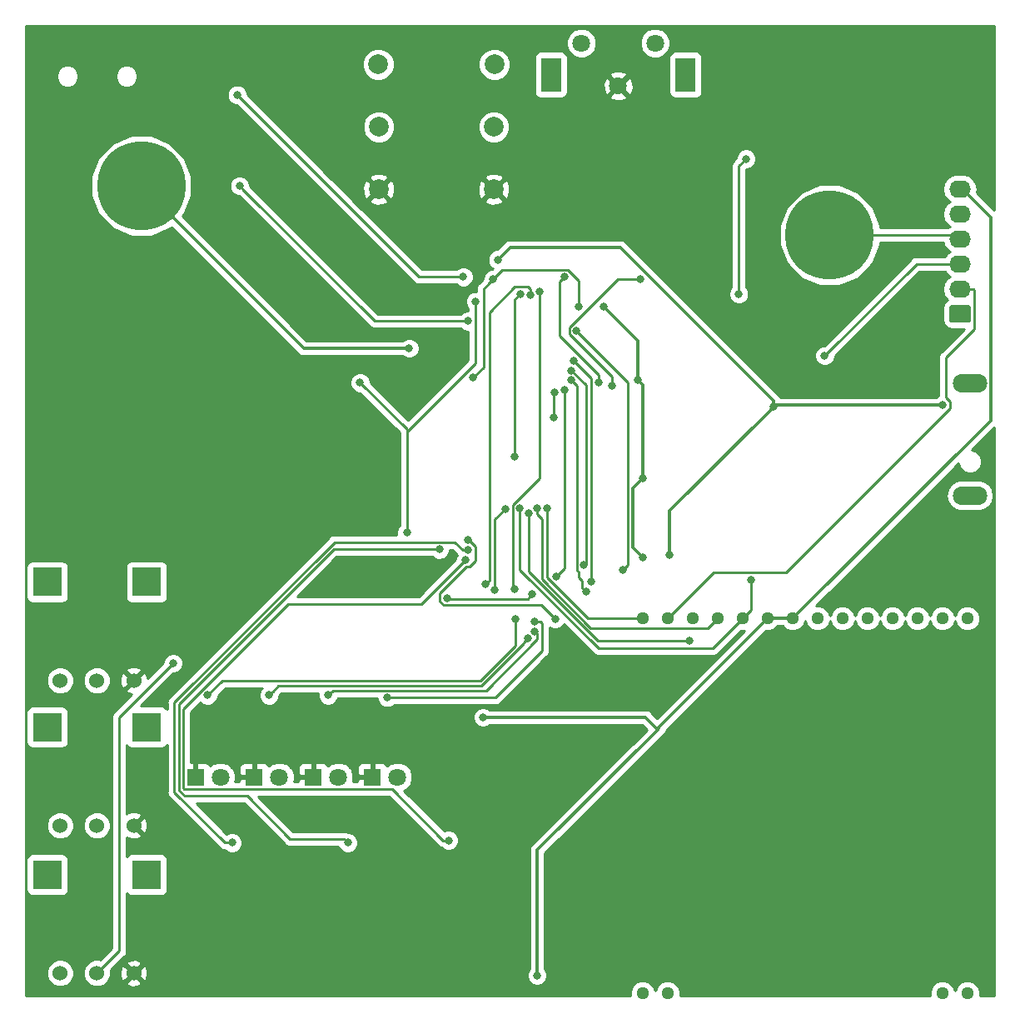
<source format=gbr>
G04 #@! TF.GenerationSoftware,KiCad,Pcbnew,(5.0.2)-1*
G04 #@! TF.CreationDate,2019-02-13T16:42:22+01:00*
G04 #@! TF.ProjectId,Lab1,4c616231-2e6b-4696-9361-645f70636258,rev?*
G04 #@! TF.SameCoordinates,Original*
G04 #@! TF.FileFunction,Copper,L2,Bot*
G04 #@! TF.FilePolarity,Positive*
%FSLAX46Y46*%
G04 Gerber Fmt 4.6, Leading zero omitted, Abs format (unit mm)*
G04 Created by KiCad (PCBNEW (5.0.2)-1) date 2019-02-13 16:42:22*
%MOMM*%
%LPD*%
G01*
G04 APERTURE LIST*
G04 #@! TA.AperFunction,ComponentPad*
%ADD10C,1.524000*%
G04 #@! TD*
G04 #@! TA.AperFunction,WasherPad*
%ADD11R,3.000000X3.000000*%
G04 #@! TD*
G04 #@! TA.AperFunction,ComponentPad*
%ADD12O,3.500000X1.900000*%
G04 #@! TD*
G04 #@! TA.AperFunction,ComponentPad*
%ADD13C,2.000000*%
G04 #@! TD*
G04 #@! TA.AperFunction,ComponentPad*
%ADD14C,1.800000*%
G04 #@! TD*
G04 #@! TA.AperFunction,ComponentPad*
%ADD15R,1.800000X1.800000*%
G04 #@! TD*
G04 #@! TA.AperFunction,ComponentPad*
%ADD16C,9.000000*%
G04 #@! TD*
G04 #@! TA.AperFunction,WasherPad*
%ADD17R,2.100000X3.500000*%
G04 #@! TD*
G04 #@! TA.AperFunction,Conductor*
%ADD18C,0.100000*%
G04 #@! TD*
G04 #@! TA.AperFunction,ComponentPad*
%ADD19C,1.740000*%
G04 #@! TD*
G04 #@! TA.AperFunction,ComponentPad*
%ADD20O,2.200000X1.740000*%
G04 #@! TD*
G04 #@! TA.AperFunction,ComponentPad*
%ADD21C,1.280000*%
G04 #@! TD*
G04 #@! TA.AperFunction,ViaPad*
%ADD22C,0.800000*%
G04 #@! TD*
G04 #@! TA.AperFunction,Conductor*
%ADD23C,0.250000*%
G04 #@! TD*
G04 #@! TA.AperFunction,Conductor*
%ADD24C,0.300000*%
G04 #@! TD*
G04 #@! TA.AperFunction,Conductor*
%ADD25C,0.254000*%
G04 #@! TD*
G04 APERTURE END LIST*
D10*
G04 #@! TO.P,RV2,1*
G04 #@! TO.N,Net-(R17-Pad2)*
X105250000Y-137000000D03*
G04 #@! TO.P,RV2,2*
G04 #@! TO.N,/POT2*
X109000000Y-137000000D03*
G04 #@! TO.P,RV2,3*
G04 #@! TO.N,GNDA*
X112750000Y-137000000D03*
D11*
G04 #@! TO.P,RV2,*
G04 #@! TO.N,*
X103950000Y-127000000D03*
X114050000Y-127000000D03*
G04 #@! TD*
D12*
G04 #@! TO.P,J2,6*
G04 #@! TO.N,GNDD*
X197750000Y-92050000D03*
G04 #@! TO.P,J2,5*
X197750000Y-103450000D03*
G04 #@! TD*
D13*
G04 #@! TO.P,J4,2*
G04 #@! TO.N,Net-(J4-Pad2)*
X137650000Y-66000000D03*
G04 #@! TO.P,J4,5*
X149350000Y-66000000D03*
G04 #@! TO.P,J4,3*
G04 #@! TO.N,GNDA*
X137650000Y-72350000D03*
G04 #@! TO.P,J4,6*
X149350000Y-72350000D03*
G04 #@! TO.P,J4,1*
G04 #@! TO.N,Net-(J4-Pad1)*
X137600000Y-59650000D03*
G04 #@! TO.P,J4,4*
X149400000Y-59650000D03*
G04 #@! TD*
D14*
G04 #@! TO.P,D1,2*
G04 #@! TO.N,Net-(D1-Pad2)*
X121540000Y-132080000D03*
D15*
G04 #@! TO.P,D1,1*
G04 #@! TO.N,GNDA*
X119000000Y-132080000D03*
G04 #@! TD*
G04 #@! TO.P,D2,1*
G04 #@! TO.N,GNDA*
X125000000Y-132080000D03*
D14*
G04 #@! TO.P,D2,2*
G04 #@! TO.N,Net-(D2-Pad2)*
X127540000Y-132080000D03*
G04 #@! TD*
G04 #@! TO.P,D3,2*
G04 #@! TO.N,Net-(D3-Pad2)*
X133540000Y-132080000D03*
D15*
G04 #@! TO.P,D3,1*
G04 #@! TO.N,GNDA*
X131000000Y-132080000D03*
G04 #@! TD*
G04 #@! TO.P,D4,1*
G04 #@! TO.N,GNDA*
X137000000Y-132080000D03*
D14*
G04 #@! TO.P,D4,2*
G04 #@! TO.N,Net-(D4-Pad2)*
X139540000Y-132080000D03*
G04 #@! TD*
D16*
G04 #@! TO.P,H1,1*
G04 #@! TO.N,+5V*
X113500000Y-72000000D03*
G04 #@! TD*
G04 #@! TO.P,H2,1*
G04 #@! TO.N,GNDD*
X183500000Y-77000000D03*
G04 #@! TD*
D14*
G04 #@! TO.P,J3,3*
G04 #@! TO.N,Net-(C18-Pad1)*
X165750000Y-57500000D03*
G04 #@! TO.P,J3,2*
G04 #@! TO.N,Net-(C32-Pad2)*
X158250000Y-57500000D03*
G04 #@! TO.P,J3,1*
G04 #@! TO.N,GNDA*
X162000000Y-61850000D03*
D17*
G04 #@! TO.P,J3,*
G04 #@! TO.N,*
X155150000Y-60700000D03*
X168850000Y-60700000D03*
G04 #@! TD*
D18*
G04 #@! TO.N,/SWO*
G04 #@! TO.C,J5*
G36*
X197624505Y-84131204D02*
X197648773Y-84134804D01*
X197672572Y-84140765D01*
X197695671Y-84149030D01*
X197717850Y-84159520D01*
X197738893Y-84172132D01*
X197758599Y-84186747D01*
X197776777Y-84203223D01*
X197793253Y-84221401D01*
X197807868Y-84241107D01*
X197820480Y-84262150D01*
X197830970Y-84284329D01*
X197839235Y-84307428D01*
X197845196Y-84331227D01*
X197848796Y-84355495D01*
X197850000Y-84379999D01*
X197850000Y-85620001D01*
X197848796Y-85644505D01*
X197845196Y-85668773D01*
X197839235Y-85692572D01*
X197830970Y-85715671D01*
X197820480Y-85737850D01*
X197807868Y-85758893D01*
X197793253Y-85778599D01*
X197776777Y-85796777D01*
X197758599Y-85813253D01*
X197738893Y-85827868D01*
X197717850Y-85840480D01*
X197695671Y-85850970D01*
X197672572Y-85859235D01*
X197648773Y-85865196D01*
X197624505Y-85868796D01*
X197600001Y-85870000D01*
X195899999Y-85870000D01*
X195875495Y-85868796D01*
X195851227Y-85865196D01*
X195827428Y-85859235D01*
X195804329Y-85850970D01*
X195782150Y-85840480D01*
X195761107Y-85827868D01*
X195741401Y-85813253D01*
X195723223Y-85796777D01*
X195706747Y-85778599D01*
X195692132Y-85758893D01*
X195679520Y-85737850D01*
X195669030Y-85715671D01*
X195660765Y-85692572D01*
X195654804Y-85668773D01*
X195651204Y-85644505D01*
X195650000Y-85620001D01*
X195650000Y-84379999D01*
X195651204Y-84355495D01*
X195654804Y-84331227D01*
X195660765Y-84307428D01*
X195669030Y-84284329D01*
X195679520Y-84262150D01*
X195692132Y-84241107D01*
X195706747Y-84221401D01*
X195723223Y-84203223D01*
X195741401Y-84186747D01*
X195761107Y-84172132D01*
X195782150Y-84159520D01*
X195804329Y-84149030D01*
X195827428Y-84140765D01*
X195851227Y-84134804D01*
X195875495Y-84131204D01*
X195899999Y-84130000D01*
X197600001Y-84130000D01*
X197624505Y-84131204D01*
X197624505Y-84131204D01*
G37*
D19*
G04 #@! TD*
G04 #@! TO.P,J5,1*
G04 #@! TO.N,/SWO*
X196750000Y-85000000D03*
D20*
G04 #@! TO.P,J5,2*
G04 #@! TO.N,/NRST*
X196750000Y-82460000D03*
G04 #@! TO.P,J5,3*
G04 #@! TO.N,/SWDIO*
X196750000Y-79920000D03*
G04 #@! TO.P,J5,4*
G04 #@! TO.N,GNDD*
X196750000Y-77380000D03*
G04 #@! TO.P,J5,5*
G04 #@! TO.N,/SWCLK*
X196750000Y-74840000D03*
G04 #@! TO.P,J5,6*
G04 #@! TO.N,+3V3*
X196750000Y-72300000D03*
G04 #@! TD*
D11*
G04 #@! TO.P,RV1,*
G04 #@! TO.N,*
X114050000Y-142000000D03*
X103950000Y-142000000D03*
D10*
G04 #@! TO.P,RV1,3*
G04 #@! TO.N,GNDA*
X112750000Y-152000000D03*
G04 #@! TO.P,RV1,2*
G04 #@! TO.N,/POT3*
X109000000Y-152000000D03*
G04 #@! TO.P,RV1,1*
G04 #@! TO.N,Net-(R17-Pad2)*
X105250000Y-152000000D03*
G04 #@! TD*
D11*
G04 #@! TO.P,RV3,*
G04 #@! TO.N,*
X114050000Y-112250000D03*
X103950000Y-112250000D03*
D10*
G04 #@! TO.P,RV3,3*
G04 #@! TO.N,GNDA*
X112750000Y-122250000D03*
G04 #@! TO.P,RV3,2*
G04 #@! TO.N,/POT1*
X109000000Y-122250000D03*
G04 #@! TO.P,RV3,1*
G04 #@! TO.N,Net-(R17-Pad2)*
X105250000Y-122250000D03*
G04 #@! TD*
D21*
G04 #@! TO.P,U4,1*
G04 #@! TO.N,Net-(U4-Pad1)*
X164490000Y-154050000D03*
G04 #@! TO.P,U4,2*
G04 #@! TO.N,Net-(U4-Pad2)*
X167030000Y-154050000D03*
G04 #@! TO.P,U4,14*
G04 #@! TO.N,Net-(U4-Pad14)*
X197510000Y-154050000D03*
G04 #@! TO.P,U4,13*
G04 #@! TO.N,Net-(U4-Pad13)*
X194970000Y-154050000D03*
G04 #@! TO.P,U4,28*
G04 #@! TO.N,/LCD_CS*
X164490000Y-115950000D03*
G04 #@! TO.P,U4,27*
G04 #@! TO.N,/NRST*
X167030000Y-115950000D03*
G04 #@! TO.P,U4,26*
G04 #@! TO.N,/LCD_SPI_MISO*
X169570000Y-115950000D03*
G04 #@! TO.P,U4,25*
G04 #@! TO.N,/LCD_SPI_SCK*
X172110000Y-115950000D03*
G04 #@! TO.P,U4,24*
G04 #@! TO.N,/LCD_SPI_MOSI*
X174650000Y-115950000D03*
G04 #@! TO.P,U4,23*
G04 #@! TO.N,+3V3*
X177190000Y-115950000D03*
G04 #@! TO.P,U4,22*
X179730000Y-115950000D03*
G04 #@! TO.P,U4,21*
G04 #@! TO.N,GNDD*
X182270000Y-115950000D03*
G04 #@! TO.P,U4,20*
X184810000Y-115950000D03*
G04 #@! TO.P,U4,19*
G04 #@! TO.N,Net-(C39-Pad2)*
X187350000Y-115950000D03*
G04 #@! TO.P,U4,18*
G04 #@! TO.N,Net-(C40-Pad2)*
X189890000Y-115950000D03*
G04 #@! TO.P,U4,17*
G04 #@! TO.N,Net-(C40-Pad1)*
X192430000Y-115950000D03*
G04 #@! TO.P,U4,16*
G04 #@! TO.N,Net-(C39-Pad1)*
X194970000Y-115950000D03*
G04 #@! TO.P,U4,15*
G04 #@! TO.N,Net-(C41-Pad1)*
X197510000Y-115950000D03*
G04 #@! TD*
D22*
G04 #@! TO.N,GNDD*
X149250000Y-81500000D03*
X158000000Y-84250000D03*
X147250000Y-91500000D03*
G04 #@! TO.N,+3V3*
X153750000Y-152250000D03*
X164500000Y-109750000D03*
X164500000Y-101750000D03*
X164000000Y-91750000D03*
X160500000Y-84250000D03*
X148250000Y-126000000D03*
G04 #@! TO.N,GNDA*
X139500000Y-113500000D03*
X144089998Y-110250000D03*
G04 #@! TO.N,+5V*
X167250000Y-109500000D03*
X195000000Y-94250000D03*
X140750000Y-88500000D03*
X177827732Y-94444784D03*
X149750000Y-79500000D03*
G04 #@! TO.N,Net-(C10-Pad1)*
X153250000Y-113500000D03*
X144575001Y-113874999D03*
G04 #@! TO.N,/OUTR*
X161332052Y-92304701D03*
X164250000Y-81500000D03*
G04 #@! TO.N,/OUTL*
X160000000Y-92000000D03*
X156500000Y-81250000D03*
G04 #@! TO.N,/INR*
X146750000Y-85750000D03*
X123500000Y-72000000D03*
G04 #@! TO.N,/INL*
X146250000Y-81250000D03*
X123250000Y-62750000D03*
G04 #@! TO.N,/Button4*
X175000000Y-69250000D03*
X174250000Y-83000000D03*
G04 #@! TO.N,/Button1*
X122750000Y-138750000D03*
X146750000Y-109000000D03*
G04 #@! TO.N,/Button2*
X134500000Y-138750000D03*
X143807652Y-108942348D03*
G04 #@! TO.N,/Button3*
X144750000Y-138500000D03*
X146500000Y-110000000D03*
G04 #@! TO.N,/NRST*
X140500000Y-107250000D03*
X147500000Y-83750000D03*
X135750000Y-92000000D03*
X155575001Y-116000000D03*
X146750000Y-107999997D03*
G04 #@! TO.N,/SWDIO*
X182999996Y-89250000D03*
G04 #@! TO.N,/CODEC_SPI_SCK*
X152036020Y-82980956D03*
X150549999Y-104802563D03*
X149450558Y-113060585D03*
X151500008Y-99500000D03*
G04 #@! TO.N,/CODEC_SPI_MISO*
X155500000Y-93000000D03*
X155426998Y-95500000D03*
G04 #@! TO.N,/LED1*
X151525000Y-116000000D03*
X120250000Y-123750000D03*
G04 #@! TO.N,/LED2*
X126500000Y-123750000D03*
X152792890Y-117957109D03*
G04 #@! TO.N,/LED3*
X153500000Y-117250003D03*
X132500000Y-123750000D03*
G04 #@! TO.N,/LED4*
X153500000Y-116250000D03*
X138500000Y-124000000D03*
G04 #@! TO.N,/I2S_SDOUT*
X157750000Y-86750000D03*
X162500000Y-111000000D03*
G04 #@! TO.N,/POT3*
X116750000Y-120500000D03*
G04 #@! TO.N,/CODEC_CS*
X153032085Y-83069607D03*
X148500000Y-112499976D03*
G04 #@! TO.N,/CODEC_SPI_MOSI*
X153984670Y-82765330D03*
X151500000Y-113000000D03*
G04 #@! TO.N,/I2S_LRCK*
X157237347Y-91762653D03*
X158750000Y-113250000D03*
G04 #@! TO.N,/I2S_SCLK*
X157500000Y-89775000D03*
X159250000Y-112250000D03*
G04 #@! TO.N,/I2S_SDIN*
X156500000Y-92750000D03*
X155691199Y-111693000D03*
G04 #@! TO.N,/I2S_MCLK*
X157250000Y-90750000D03*
X158525000Y-110525000D03*
G04 #@! TO.N,/LCD_CS*
X154750000Y-104750000D03*
G04 #@! TO.N,/LCD_SPI_SCK*
X153737346Y-104762651D03*
G04 #@! TO.N,/LCD_SPI_MISO*
X152865067Y-105251660D03*
X169250000Y-118250000D03*
G04 #@! TO.N,/LCD_SPI_MOSI*
X152000000Y-104750000D03*
X175500000Y-112000000D03*
G04 #@! TD*
D23*
G04 #@! TO.N,GNDD*
X196370000Y-77000000D02*
X196750000Y-77380000D01*
X183500000Y-77000000D02*
X196370000Y-77000000D01*
X158000000Y-81676998D02*
X158000000Y-84250000D01*
X156848001Y-80524999D02*
X158000000Y-81676998D01*
X149250000Y-81500000D02*
X150225001Y-80524999D01*
X150225001Y-80524999D02*
X156848001Y-80524999D01*
X148850001Y-81899999D02*
X149250000Y-81500000D01*
X148299990Y-82450010D02*
X148850001Y-81899999D01*
X148299990Y-90450010D02*
X148299990Y-82450010D01*
X147250000Y-91500000D02*
X148299990Y-90450010D01*
D24*
G04 #@! TO.N,+3V3*
X177190000Y-115950000D02*
X179730000Y-115950000D01*
X166140000Y-127000000D02*
X177190000Y-115950000D01*
X166140000Y-127110000D02*
X166140000Y-127000000D01*
X153750000Y-152250000D02*
X153750000Y-139500000D01*
X163499999Y-102750001D02*
X164500000Y-101750000D01*
X164500000Y-109750000D02*
X163499999Y-108749999D01*
X163499999Y-108749999D02*
X163499999Y-102750001D01*
X164500000Y-101750000D02*
X164500000Y-92250000D01*
X164500000Y-92250000D02*
X164000000Y-91750000D01*
X196980000Y-72300000D02*
X196750000Y-72300000D01*
X199850010Y-75170010D02*
X196980000Y-72300000D01*
X199850010Y-95829990D02*
X199850010Y-75170010D01*
X179730000Y-115950000D02*
X199850010Y-95829990D01*
X164000000Y-91750000D02*
X164000000Y-87750000D01*
X164000000Y-87750000D02*
X160500000Y-84250000D01*
X166000000Y-127250000D02*
X166140000Y-127110000D01*
X153750000Y-139500000D02*
X166000000Y-127250000D01*
X166000000Y-127250000D02*
X164750000Y-126000000D01*
X164750000Y-126000000D02*
X148815685Y-126000000D01*
X148815685Y-126000000D02*
X148250000Y-126000000D01*
D23*
G04 #@! TO.N,GNDA*
X142750000Y-110250000D02*
X144089998Y-110250000D01*
X139500000Y-113500000D02*
X142750000Y-110250000D01*
D24*
G04 #@! TO.N,+5V*
X130000000Y-88500000D02*
X113500000Y-72000000D01*
X140750000Y-88500000D02*
X130000000Y-88500000D01*
X167250000Y-105022516D02*
X177427733Y-94844783D01*
X178022516Y-94250000D02*
X177827732Y-94444784D01*
X177427733Y-94844783D02*
X177827732Y-94444784D01*
X167250000Y-109500000D02*
X167250000Y-105022516D01*
X195000000Y-94250000D02*
X178022516Y-94250000D01*
X151010093Y-78239907D02*
X149750000Y-79500000D01*
X162188540Y-78239907D02*
X151010093Y-78239907D01*
X177827732Y-94444784D02*
X177827732Y-93879099D01*
X177827732Y-93879099D02*
X162188540Y-78239907D01*
X149750000Y-79500000D02*
X149750000Y-79500000D01*
D23*
G04 #@! TO.N,Net-(C10-Pad1)*
X144675003Y-113975001D02*
X144575001Y-113874999D01*
X152774999Y-113975001D02*
X144675003Y-113975001D01*
X153250000Y-113500000D02*
X152774999Y-113975001D01*
G04 #@! TO.N,/OUTR*
X161926998Y-81500000D02*
X164250000Y-81500000D01*
X157024999Y-86401999D02*
X161926998Y-81500000D01*
X157024999Y-87098001D02*
X157024999Y-86401999D01*
X161332052Y-92304701D02*
X161332052Y-91405054D01*
X161332052Y-91405054D02*
X157024999Y-87098001D01*
G04 #@! TO.N,/OUTL*
X160000000Y-91201998D02*
X156048002Y-87250000D01*
X160000000Y-92000000D02*
X160000000Y-91201998D01*
X156048002Y-87250000D02*
X156048002Y-81701998D01*
X156048002Y-81701998D02*
X156500000Y-81250000D01*
G04 #@! TO.N,/INR*
X146750000Y-85750000D02*
X137250000Y-85750000D01*
X137250000Y-85750000D02*
X123899999Y-72399999D01*
X123899999Y-72399999D02*
X123500000Y-72000000D01*
G04 #@! TO.N,/INL*
X134175001Y-73675001D02*
X123250000Y-62750000D01*
X146250000Y-81250000D02*
X141750000Y-81250000D01*
X141750000Y-81250000D02*
X134175001Y-73675001D01*
G04 #@! TO.N,/Button4*
X174250000Y-82434315D02*
X174250000Y-83000000D01*
X174250000Y-70000000D02*
X174250000Y-82434315D01*
X175000000Y-69250000D02*
X174250000Y-70000000D01*
G04 #@! TO.N,/Button1*
X122184315Y-138750000D02*
X122750000Y-138750000D01*
X122012178Y-138750000D02*
X122184315Y-138750000D01*
X116874979Y-124488611D02*
X116874980Y-133612802D01*
X133146243Y-108217347D02*
X116874979Y-124488611D01*
X116874980Y-133612802D02*
X122012178Y-138750000D01*
X145401662Y-108217347D02*
X133146243Y-108217347D01*
X146184315Y-109000000D02*
X145401662Y-108217347D01*
X146750000Y-109000000D02*
X146184315Y-109000000D01*
G04 #@! TO.N,/Button2*
X128600001Y-138350001D02*
X124250000Y-134000000D01*
X134500000Y-138750000D02*
X134100001Y-138350001D01*
X134100001Y-138350001D02*
X128600001Y-138350001D01*
X117324989Y-133426401D02*
X117324989Y-124675011D01*
X124250000Y-134000000D02*
X117898588Y-134000000D01*
X117898588Y-134000000D02*
X117324989Y-133426401D01*
X133057652Y-108942348D02*
X143807652Y-108942348D01*
X117324989Y-124675011D02*
X133057652Y-108942348D01*
G04 #@! TO.N,/Button3*
X117774999Y-125151999D02*
X128426998Y-114500000D01*
X117774999Y-133240001D02*
X117774999Y-125151999D01*
X117839999Y-133305001D02*
X117774999Y-133240001D01*
X138989316Y-133305001D02*
X117839999Y-133305001D01*
X144750000Y-138500000D02*
X144184315Y-138500000D01*
X144184315Y-138500000D02*
X138989316Y-133305001D01*
X128426998Y-114500000D02*
X136750000Y-114500000D01*
X136750000Y-114500000D02*
X142000000Y-114500000D01*
X142000000Y-114500000D02*
X146500000Y-110000000D01*
G04 #@! TO.N,/NRST*
X179048003Y-111274999D02*
X171705001Y-111274999D01*
X195725001Y-94598001D02*
X179048003Y-111274999D01*
X195725001Y-93901999D02*
X195725001Y-94598001D01*
X171705001Y-111274999D02*
X167669999Y-115310001D01*
X195348001Y-93524999D02*
X195725001Y-93901999D01*
X195348001Y-89401999D02*
X195348001Y-93524999D01*
X198175010Y-86574990D02*
X195348001Y-89401999D01*
X198175010Y-82535010D02*
X198175010Y-86574990D01*
X198100000Y-82460000D02*
X198175010Y-82535010D01*
X167669999Y-115310001D02*
X167030000Y-115950000D01*
X196750000Y-82460000D02*
X198100000Y-82460000D01*
X140500000Y-107250000D02*
X140500000Y-97000000D01*
X140500000Y-97000000D02*
X147500000Y-90000000D01*
X147500000Y-90000000D02*
X147500000Y-83750000D01*
X140500000Y-97000000D02*
X140500000Y-96750000D01*
X140500000Y-96750000D02*
X135750000Y-92000000D01*
X143850000Y-114223000D02*
X143850000Y-113400000D01*
X144227000Y-114600000D02*
X143850000Y-114223000D01*
X155575001Y-116000000D02*
X154175001Y-114600000D01*
X154175001Y-114600000D02*
X144227000Y-114600000D01*
X146524999Y-110725001D02*
X146848001Y-110725001D01*
X143850000Y-113400000D02*
X146524999Y-110725001D01*
X146848001Y-110725001D02*
X147475001Y-110098001D01*
X147475001Y-110098001D02*
X147475001Y-108651999D01*
X147475001Y-108651999D02*
X146822999Y-107999997D01*
X146822999Y-107999997D02*
X146750000Y-107999997D01*
G04 #@! TO.N,/SWDIO*
X192329996Y-79920000D02*
X183399995Y-88850001D01*
X196750000Y-79920000D02*
X192329996Y-79920000D01*
X183399995Y-88850001D02*
X182999996Y-89250000D01*
G04 #@! TO.N,/CODEC_SPI_SCK*
X151500000Y-83516976D02*
X152036020Y-82980956D01*
X149450558Y-105902004D02*
X149450558Y-112494900D01*
X150549999Y-104802563D02*
X149450558Y-105902004D01*
X149450558Y-112494900D02*
X149450558Y-113060585D01*
X151500008Y-83500008D02*
X151500008Y-98934315D01*
X151500008Y-98934315D02*
X151500008Y-99500000D01*
X151500000Y-83500000D02*
X151500008Y-83500008D01*
G04 #@! TO.N,/CODEC_SPI_MISO*
X155426998Y-93073002D02*
X155500000Y-93000000D01*
X155426998Y-95500000D02*
X155426998Y-93073002D01*
G04 #@! TO.N,/LED1*
X151525000Y-118725000D02*
X151525000Y-116000000D01*
X120250000Y-123750000D02*
X121750000Y-122250000D01*
X148000000Y-122250000D02*
X151525000Y-118725000D01*
X121750000Y-122250000D02*
X148000000Y-122250000D01*
G04 #@! TO.N,/LED2*
X148061422Y-122824989D02*
X127425011Y-122824989D01*
X127425011Y-122824989D02*
X126899999Y-123350001D01*
X152392891Y-118493520D02*
X148061422Y-122824989D01*
X152792890Y-117957109D02*
X152392891Y-118357108D01*
X152392891Y-118357108D02*
X152392891Y-118493520D01*
X126899999Y-123350001D02*
X126500000Y-123750000D01*
G04 #@! TO.N,/LED3*
X132899999Y-123350001D02*
X132500000Y-123750000D01*
X132975001Y-123274999D02*
X132899999Y-123350001D01*
X148548002Y-123274999D02*
X132975001Y-123274999D01*
X153750000Y-118073001D02*
X148548002Y-123274999D01*
X153750000Y-117500003D02*
X153750000Y-118073001D01*
X153500000Y-117250003D02*
X153750000Y-117500003D01*
G04 #@! TO.N,/LED4*
X138500000Y-124000000D02*
X149500000Y-124000000D01*
X154065685Y-116250000D02*
X153500000Y-116250000D01*
X154225001Y-116409316D02*
X154065685Y-116250000D01*
X154225001Y-119274999D02*
X154225001Y-116409316D01*
X149500000Y-124000000D02*
X154225001Y-119274999D01*
G04 #@! TO.N,/I2S_SDOUT*
X163000000Y-110500000D02*
X162500000Y-111000000D01*
X157750000Y-86750000D02*
X163000000Y-92000000D01*
X163000000Y-92000000D02*
X163000000Y-110500000D01*
G04 #@! TO.N,/POT3*
X116750000Y-120500000D02*
X111250000Y-126000000D01*
X111250000Y-126000000D02*
X111250000Y-149750000D01*
X111250000Y-149750000D02*
X109000000Y-152000000D01*
G04 #@! TO.N,/CODEC_CS*
X148899999Y-112099977D02*
X148500000Y-112499976D01*
X153032085Y-82503922D02*
X152778163Y-82250000D01*
X152778163Y-82250000D02*
X151500000Y-82250000D01*
X151500000Y-82250000D02*
X148899999Y-84850001D01*
X148899999Y-84850001D02*
X148899999Y-112099977D01*
X153032085Y-83069607D02*
X153032085Y-82503922D01*
G04 #@! TO.N,/CODEC_SPI_MOSI*
X151274999Y-112774999D02*
X151500000Y-113000000D01*
X151274999Y-104401999D02*
X151274999Y-112774999D01*
X153984670Y-82765330D02*
X153984670Y-101692328D01*
X153984670Y-101692328D02*
X151274999Y-104401999D01*
G04 #@! TO.N,/I2S_LRCK*
X157799999Y-92325305D02*
X157237347Y-91762653D01*
X158350001Y-112850001D02*
X158350001Y-112100001D01*
X158750000Y-113250000D02*
X158350001Y-112850001D01*
X158350001Y-112100001D02*
X158000000Y-111750000D01*
X158000000Y-111750000D02*
X158000000Y-111250000D01*
X158000000Y-111250000D02*
X157799999Y-111049999D01*
X157799999Y-111049999D02*
X157799999Y-92325305D01*
G04 #@! TO.N,/I2S_SCLK*
X157500000Y-89775000D02*
X159250000Y-91525000D01*
X159250000Y-91525000D02*
X159250000Y-112250000D01*
G04 #@! TO.N,/I2S_SDIN*
X156500000Y-110884199D02*
X156500000Y-92750000D01*
X155691199Y-111693000D02*
X156500000Y-110884199D01*
G04 #@! TO.N,/I2S_MCLK*
X158725008Y-110324992D02*
X158525000Y-110525000D01*
X157250000Y-90750000D02*
X158725008Y-92225008D01*
X158725008Y-92225008D02*
X158725008Y-110324992D01*
G04 #@! TO.N,/LCD_CS*
X163584904Y-115950000D02*
X164490000Y-115950000D01*
X158875197Y-115950000D02*
X163584904Y-115950000D01*
X154750000Y-111824803D02*
X158875197Y-115950000D01*
X154750000Y-104750000D02*
X154750000Y-111824803D01*
G04 #@! TO.N,/LCD_SPI_SCK*
X153737346Y-104762651D02*
X153737346Y-105328336D01*
X153737346Y-105328336D02*
X154250000Y-105840990D01*
X171470001Y-116589999D02*
X172110000Y-115950000D01*
X171144999Y-116915001D02*
X171470001Y-116589999D01*
X159203788Y-116915001D02*
X171144999Y-116915001D01*
X154250000Y-111961213D02*
X159203788Y-116915001D01*
X154250000Y-105840990D02*
X154250000Y-111961213D01*
G04 #@! TO.N,/LCD_SPI_MISO*
X159902377Y-118250000D02*
X169250000Y-118250000D01*
X152865067Y-105251660D02*
X152865067Y-111212690D01*
X152865067Y-111212690D02*
X159902377Y-118250000D01*
G04 #@! TO.N,/LCD_SPI_MOSI*
X174010001Y-116589999D02*
X174650000Y-115950000D01*
X171624999Y-118975001D02*
X174010001Y-116589999D01*
X159990968Y-118975001D02*
X171624999Y-118975001D01*
X152000000Y-110984033D02*
X159990968Y-118975001D01*
X152000000Y-104750000D02*
X152000000Y-110984033D01*
X175500000Y-115100000D02*
X174650000Y-115950000D01*
X175500000Y-112000000D02*
X175500000Y-115100000D01*
G04 #@! TD*
D25*
G04 #@! TO.N,GNDA*
G36*
X200265001Y-74474843D02*
X198444084Y-72653926D01*
X198514484Y-72300000D01*
X198397678Y-71712778D01*
X198065044Y-71214956D01*
X197567222Y-70882322D01*
X197128226Y-70795000D01*
X196371774Y-70795000D01*
X195932778Y-70882322D01*
X195434956Y-71214956D01*
X195102322Y-71712778D01*
X194985516Y-72300000D01*
X195102322Y-72887222D01*
X195434956Y-73385044D01*
X195711762Y-73570000D01*
X195434956Y-73754956D01*
X195102322Y-74252778D01*
X194985516Y-74840000D01*
X195102322Y-75427222D01*
X195434956Y-75925044D01*
X195711762Y-76110000D01*
X195517203Y-76240000D01*
X188635000Y-76240000D01*
X188635000Y-75978585D01*
X187853243Y-74091256D01*
X186408744Y-72646757D01*
X184521415Y-71865000D01*
X182478585Y-71865000D01*
X180591256Y-72646757D01*
X179146757Y-74091256D01*
X178365000Y-75978585D01*
X178365000Y-78021415D01*
X179146757Y-79908744D01*
X180591256Y-81353243D01*
X182478585Y-82135000D01*
X184521415Y-82135000D01*
X186408744Y-81353243D01*
X187853243Y-79908744D01*
X188635000Y-78021415D01*
X188635000Y-77760000D01*
X195061103Y-77760000D01*
X195102322Y-77967222D01*
X195434956Y-78465044D01*
X195711762Y-78650000D01*
X195434956Y-78834956D01*
X195217769Y-79160000D01*
X192404844Y-79160000D01*
X192329996Y-79145112D01*
X192255148Y-79160000D01*
X192255144Y-79160000D01*
X192033459Y-79204096D01*
X191782067Y-79372071D01*
X191739667Y-79435527D01*
X182960195Y-88215000D01*
X182794122Y-88215000D01*
X182413716Y-88372569D01*
X182122565Y-88663720D01*
X181964996Y-89044126D01*
X181964996Y-89455874D01*
X182122565Y-89836280D01*
X182413716Y-90127431D01*
X182794122Y-90285000D01*
X183205870Y-90285000D01*
X183586276Y-90127431D01*
X183877427Y-89836280D01*
X184034996Y-89455874D01*
X184034996Y-89289801D01*
X192644798Y-80680000D01*
X195217769Y-80680000D01*
X195434956Y-81005044D01*
X195711762Y-81190000D01*
X195434956Y-81374956D01*
X195102322Y-81872778D01*
X194985516Y-82460000D01*
X195102322Y-83047222D01*
X195434956Y-83545044D01*
X195500122Y-83588587D01*
X195265414Y-83745414D01*
X195070873Y-84036564D01*
X195002560Y-84379999D01*
X195002560Y-85620001D01*
X195070873Y-85963436D01*
X195265414Y-86254586D01*
X195556564Y-86449127D01*
X195899999Y-86517440D01*
X197157757Y-86517440D01*
X194863531Y-88811668D01*
X194800072Y-88854070D01*
X194632097Y-89105463D01*
X194588001Y-89327148D01*
X194588001Y-89327152D01*
X194573113Y-89401999D01*
X194588001Y-89476846D01*
X194588002Y-93300379D01*
X194413720Y-93372569D01*
X194321289Y-93465000D01*
X178495151Y-93465000D01*
X178458257Y-93409784D01*
X178437481Y-93378690D01*
X178437479Y-93378688D01*
X178393685Y-93313146D01*
X178328143Y-93269352D01*
X167852917Y-82794126D01*
X173215000Y-82794126D01*
X173215000Y-83205874D01*
X173372569Y-83586280D01*
X173663720Y-83877431D01*
X174044126Y-84035000D01*
X174455874Y-84035000D01*
X174836280Y-83877431D01*
X175127431Y-83586280D01*
X175285000Y-83205874D01*
X175285000Y-82794126D01*
X175127431Y-82413720D01*
X175010000Y-82296289D01*
X175010000Y-70314801D01*
X175039801Y-70285000D01*
X175205874Y-70285000D01*
X175586280Y-70127431D01*
X175877431Y-69836280D01*
X176035000Y-69455874D01*
X176035000Y-69044126D01*
X175877431Y-68663720D01*
X175586280Y-68372569D01*
X175205874Y-68215000D01*
X174794126Y-68215000D01*
X174413720Y-68372569D01*
X174122569Y-68663720D01*
X173965000Y-69044126D01*
X173965000Y-69210199D01*
X173765530Y-69409669D01*
X173702071Y-69452071D01*
X173534096Y-69703464D01*
X173490000Y-69925149D01*
X173490000Y-69925153D01*
X173475112Y-70000000D01*
X173490000Y-70074847D01*
X173490001Y-82296288D01*
X173372569Y-82413720D01*
X173215000Y-82794126D01*
X167852917Y-82794126D01*
X162798289Y-77739499D01*
X162754493Y-77673954D01*
X162494832Y-77500453D01*
X162265856Y-77454907D01*
X162265852Y-77454907D01*
X162188540Y-77439529D01*
X162111228Y-77454907D01*
X151087405Y-77454907D01*
X151010093Y-77439529D01*
X150932781Y-77454907D01*
X150932777Y-77454907D01*
X150703801Y-77500453D01*
X150444140Y-77673954D01*
X150400344Y-77739499D01*
X149674843Y-78465000D01*
X149544126Y-78465000D01*
X149163720Y-78622569D01*
X148872569Y-78913720D01*
X148715000Y-79294126D01*
X148715000Y-79705874D01*
X148872569Y-80086280D01*
X149163720Y-80377431D01*
X149258506Y-80416693D01*
X149210198Y-80465000D01*
X149044126Y-80465000D01*
X148663720Y-80622569D01*
X148372569Y-80913720D01*
X148215000Y-81294126D01*
X148215000Y-81460198D01*
X147815518Y-81859681D01*
X147752062Y-81902081D01*
X147709662Y-81965537D01*
X147709661Y-81965538D01*
X147584087Y-82153473D01*
X147525102Y-82450010D01*
X147539991Y-82524862D01*
X147539991Y-82715000D01*
X147294126Y-82715000D01*
X146913720Y-82872569D01*
X146622569Y-83163720D01*
X146465000Y-83544126D01*
X146465000Y-83955874D01*
X146622569Y-84336280D01*
X146740001Y-84453712D01*
X146740001Y-84715000D01*
X146544126Y-84715000D01*
X146163720Y-84872569D01*
X146046289Y-84990000D01*
X137564803Y-84990000D01*
X124535000Y-71960199D01*
X124535000Y-71794126D01*
X124377431Y-71413720D01*
X124086280Y-71122569D01*
X123705874Y-70965000D01*
X123294126Y-70965000D01*
X122913720Y-71122569D01*
X122622569Y-71413720D01*
X122465000Y-71794126D01*
X122465000Y-72205874D01*
X122622569Y-72586280D01*
X122913720Y-72877431D01*
X123294126Y-73035000D01*
X123460199Y-73035000D01*
X136659673Y-86234476D01*
X136702071Y-86297929D01*
X136765524Y-86340327D01*
X136765526Y-86340329D01*
X136890902Y-86424102D01*
X136953463Y-86465904D01*
X137175148Y-86510000D01*
X137175152Y-86510000D01*
X137249999Y-86524888D01*
X137324846Y-86510000D01*
X146046289Y-86510000D01*
X146163720Y-86627431D01*
X146544126Y-86785000D01*
X146740001Y-86785000D01*
X146740000Y-89685198D01*
X140625001Y-95800198D01*
X136785000Y-91960199D01*
X136785000Y-91794126D01*
X136627431Y-91413720D01*
X136336280Y-91122569D01*
X135955874Y-90965000D01*
X135544126Y-90965000D01*
X135163720Y-91122569D01*
X134872569Y-91413720D01*
X134715000Y-91794126D01*
X134715000Y-92205874D01*
X134872569Y-92586280D01*
X135163720Y-92877431D01*
X135544126Y-93035000D01*
X135710199Y-93035000D01*
X139737506Y-97062309D01*
X139740000Y-97074847D01*
X139740000Y-97074851D01*
X139740001Y-97074856D01*
X139740000Y-106546289D01*
X139622569Y-106663720D01*
X139465000Y-107044126D01*
X139465000Y-107455874D01*
X139465610Y-107457347D01*
X133221089Y-107457347D01*
X133146242Y-107442459D01*
X133071395Y-107457347D01*
X133071391Y-107457347D01*
X132849706Y-107501443D01*
X132598314Y-107669418D01*
X132555914Y-107732874D01*
X116390506Y-123898283D01*
X116327050Y-123940683D01*
X116159075Y-124192075D01*
X116114979Y-124413760D01*
X116114979Y-124413764D01*
X116100091Y-124488611D01*
X116114979Y-124563458D01*
X116114979Y-125202581D01*
X116007809Y-125042191D01*
X115797765Y-124901843D01*
X115550000Y-124852560D01*
X113472241Y-124852560D01*
X116789802Y-121535000D01*
X116955874Y-121535000D01*
X117336280Y-121377431D01*
X117627431Y-121086280D01*
X117785000Y-120705874D01*
X117785000Y-120294126D01*
X117627431Y-119913720D01*
X117336280Y-119622569D01*
X116955874Y-119465000D01*
X116544126Y-119465000D01*
X116163720Y-119622569D01*
X115872569Y-119913720D01*
X115715000Y-120294126D01*
X115715000Y-120460198D01*
X114138093Y-122037106D01*
X114131362Y-121902632D01*
X113972397Y-121518857D01*
X113730213Y-121449392D01*
X112929605Y-122250000D01*
X112943748Y-122264143D01*
X112764143Y-122443748D01*
X112750000Y-122429605D01*
X111949392Y-123230213D01*
X112018857Y-123472397D01*
X112522956Y-123652242D01*
X110765530Y-125409669D01*
X110702071Y-125452071D01*
X110534096Y-125703464D01*
X110490000Y-125925149D01*
X110490000Y-125925153D01*
X110475112Y-126000000D01*
X110490000Y-126074847D01*
X110490001Y-149435197D01*
X109309218Y-150615980D01*
X109277881Y-150603000D01*
X108722119Y-150603000D01*
X108208663Y-150815680D01*
X107815680Y-151208663D01*
X107603000Y-151722119D01*
X107603000Y-152277881D01*
X107815680Y-152791337D01*
X108208663Y-153184320D01*
X108722119Y-153397000D01*
X109277881Y-153397000D01*
X109791337Y-153184320D01*
X109995444Y-152980213D01*
X111949392Y-152980213D01*
X112018857Y-153222397D01*
X112542302Y-153409144D01*
X113097368Y-153381362D01*
X113481143Y-153222397D01*
X113550608Y-152980213D01*
X112750000Y-152179605D01*
X111949392Y-152980213D01*
X109995444Y-152980213D01*
X110184320Y-152791337D01*
X110397000Y-152277881D01*
X110397000Y-151792302D01*
X111340856Y-151792302D01*
X111368638Y-152347368D01*
X111527603Y-152731143D01*
X111769787Y-152800608D01*
X112570395Y-152000000D01*
X112929605Y-152000000D01*
X113730213Y-152800608D01*
X113972397Y-152731143D01*
X114159144Y-152207698D01*
X114131362Y-151652632D01*
X113972397Y-151268857D01*
X113730213Y-151199392D01*
X112929605Y-152000000D01*
X112570395Y-152000000D01*
X111769787Y-151199392D01*
X111527603Y-151268857D01*
X111340856Y-151792302D01*
X110397000Y-151792302D01*
X110397000Y-151722119D01*
X110384020Y-151690782D01*
X111055015Y-151019787D01*
X111949392Y-151019787D01*
X112750000Y-151820395D01*
X113550608Y-151019787D01*
X113481143Y-150777603D01*
X112957698Y-150590856D01*
X112402632Y-150618638D01*
X112018857Y-150777603D01*
X111949392Y-151019787D01*
X111055015Y-151019787D01*
X111734473Y-150340329D01*
X111797929Y-150297929D01*
X111965904Y-150046537D01*
X112010000Y-149824852D01*
X112010000Y-149824848D01*
X112024888Y-149750000D01*
X112010000Y-149675152D01*
X112010000Y-143834802D01*
X112092191Y-143957809D01*
X112302235Y-144098157D01*
X112550000Y-144147440D01*
X115550000Y-144147440D01*
X115797765Y-144098157D01*
X116007809Y-143957809D01*
X116148157Y-143747765D01*
X116197440Y-143500000D01*
X116197440Y-140500000D01*
X116148157Y-140252235D01*
X116007809Y-140042191D01*
X115797765Y-139901843D01*
X115550000Y-139852560D01*
X112550000Y-139852560D01*
X112302235Y-139901843D01*
X112092191Y-140042191D01*
X112010000Y-140165198D01*
X112010000Y-138191518D01*
X112018857Y-138222397D01*
X112542302Y-138409144D01*
X113097368Y-138381362D01*
X113481143Y-138222397D01*
X113550608Y-137980213D01*
X112750000Y-137179605D01*
X112735858Y-137193748D01*
X112556253Y-137014143D01*
X112570395Y-137000000D01*
X112929605Y-137000000D01*
X113730213Y-137800608D01*
X113972397Y-137731143D01*
X114159144Y-137207698D01*
X114131362Y-136652632D01*
X113972397Y-136268857D01*
X113730213Y-136199392D01*
X112929605Y-137000000D01*
X112570395Y-137000000D01*
X112556253Y-136985858D01*
X112735858Y-136806253D01*
X112750000Y-136820395D01*
X113550608Y-136019787D01*
X113481143Y-135777603D01*
X112957698Y-135590856D01*
X112402632Y-135618638D01*
X112018857Y-135777603D01*
X112010000Y-135808482D01*
X112010000Y-128834802D01*
X112092191Y-128957809D01*
X112302235Y-129098157D01*
X112550000Y-129147440D01*
X115550000Y-129147440D01*
X115797765Y-129098157D01*
X116007809Y-128957809D01*
X116114980Y-128797418D01*
X116114981Y-133537950D01*
X116100092Y-133612802D01*
X116114981Y-133687653D01*
X116114981Y-133687654D01*
X116159077Y-133909339D01*
X116327052Y-134160731D01*
X116390508Y-134203131D01*
X121421849Y-139234473D01*
X121464249Y-139297929D01*
X121715641Y-139465904D01*
X121937326Y-139510000D01*
X121937330Y-139510000D01*
X122012177Y-139524888D01*
X122053047Y-139516758D01*
X122163720Y-139627431D01*
X122544126Y-139785000D01*
X122955874Y-139785000D01*
X123336280Y-139627431D01*
X123627431Y-139336280D01*
X123785000Y-138955874D01*
X123785000Y-138544126D01*
X123627431Y-138163720D01*
X123336280Y-137872569D01*
X122955874Y-137715000D01*
X122544126Y-137715000D01*
X122196126Y-137859146D01*
X119096979Y-134760000D01*
X123935199Y-134760000D01*
X128009674Y-138834477D01*
X128052072Y-138897930D01*
X128115525Y-138940328D01*
X128115527Y-138940330D01*
X128240903Y-139024103D01*
X128303464Y-139065905D01*
X128525149Y-139110001D01*
X128525153Y-139110001D01*
X128600000Y-139124889D01*
X128674847Y-139110001D01*
X133528841Y-139110001D01*
X133622569Y-139336280D01*
X133913720Y-139627431D01*
X134294126Y-139785000D01*
X134705874Y-139785000D01*
X135086280Y-139627431D01*
X135377431Y-139336280D01*
X135535000Y-138955874D01*
X135535000Y-138544126D01*
X135377431Y-138163720D01*
X135086280Y-137872569D01*
X134705874Y-137715000D01*
X134517618Y-137715000D01*
X134396538Y-137634097D01*
X134174853Y-137590001D01*
X134174848Y-137590001D01*
X134100001Y-137575113D01*
X134025154Y-137590001D01*
X128914804Y-137590001D01*
X125389802Y-134065001D01*
X138674515Y-134065001D01*
X143593986Y-138984473D01*
X143636386Y-139047929D01*
X143887778Y-139215904D01*
X144030603Y-139244314D01*
X144163720Y-139377431D01*
X144544126Y-139535000D01*
X144955874Y-139535000D01*
X145336280Y-139377431D01*
X145627431Y-139086280D01*
X145785000Y-138705874D01*
X145785000Y-138294126D01*
X145627431Y-137913720D01*
X145336280Y-137622569D01*
X144955874Y-137465000D01*
X144544126Y-137465000D01*
X144317845Y-137558728D01*
X140219238Y-133460122D01*
X140409507Y-133381310D01*
X140841310Y-132949507D01*
X141075000Y-132385330D01*
X141075000Y-131774670D01*
X140841310Y-131210493D01*
X140409507Y-130778690D01*
X139845330Y-130545000D01*
X139234670Y-130545000D01*
X138670493Y-130778690D01*
X138494139Y-130955044D01*
X138438327Y-130820301D01*
X138259698Y-130641673D01*
X138026309Y-130545000D01*
X137285750Y-130545000D01*
X137127000Y-130703750D01*
X137127000Y-131953000D01*
X137147000Y-131953000D01*
X137147000Y-132207000D01*
X137127000Y-132207000D01*
X137127000Y-132227000D01*
X136873000Y-132227000D01*
X136873000Y-132207000D01*
X135623750Y-132207000D01*
X135465000Y-132365750D01*
X135465000Y-132545001D01*
X135008862Y-132545001D01*
X135075000Y-132385330D01*
X135075000Y-131774670D01*
X134841310Y-131210493D01*
X134684507Y-131053690D01*
X135465000Y-131053690D01*
X135465000Y-131794250D01*
X135623750Y-131953000D01*
X136873000Y-131953000D01*
X136873000Y-130703750D01*
X136714250Y-130545000D01*
X135973691Y-130545000D01*
X135740302Y-130641673D01*
X135561673Y-130820301D01*
X135465000Y-131053690D01*
X134684507Y-131053690D01*
X134409507Y-130778690D01*
X133845330Y-130545000D01*
X133234670Y-130545000D01*
X132670493Y-130778690D01*
X132494139Y-130955044D01*
X132438327Y-130820301D01*
X132259698Y-130641673D01*
X132026309Y-130545000D01*
X131285750Y-130545000D01*
X131127000Y-130703750D01*
X131127000Y-131953000D01*
X131147000Y-131953000D01*
X131147000Y-132207000D01*
X131127000Y-132207000D01*
X131127000Y-132227000D01*
X130873000Y-132227000D01*
X130873000Y-132207000D01*
X129623750Y-132207000D01*
X129465000Y-132365750D01*
X129465000Y-132545001D01*
X129008862Y-132545001D01*
X129075000Y-132385330D01*
X129075000Y-131774670D01*
X128841310Y-131210493D01*
X128684507Y-131053690D01*
X129465000Y-131053690D01*
X129465000Y-131794250D01*
X129623750Y-131953000D01*
X130873000Y-131953000D01*
X130873000Y-130703750D01*
X130714250Y-130545000D01*
X129973691Y-130545000D01*
X129740302Y-130641673D01*
X129561673Y-130820301D01*
X129465000Y-131053690D01*
X128684507Y-131053690D01*
X128409507Y-130778690D01*
X127845330Y-130545000D01*
X127234670Y-130545000D01*
X126670493Y-130778690D01*
X126494139Y-130955044D01*
X126438327Y-130820301D01*
X126259698Y-130641673D01*
X126026309Y-130545000D01*
X125285750Y-130545000D01*
X125127000Y-130703750D01*
X125127000Y-131953000D01*
X125147000Y-131953000D01*
X125147000Y-132207000D01*
X125127000Y-132207000D01*
X125127000Y-132227000D01*
X124873000Y-132227000D01*
X124873000Y-132207000D01*
X123623750Y-132207000D01*
X123465000Y-132365750D01*
X123465000Y-132545001D01*
X123008862Y-132545001D01*
X123075000Y-132385330D01*
X123075000Y-131774670D01*
X122841310Y-131210493D01*
X122684507Y-131053690D01*
X123465000Y-131053690D01*
X123465000Y-131794250D01*
X123623750Y-131953000D01*
X124873000Y-131953000D01*
X124873000Y-130703750D01*
X124714250Y-130545000D01*
X123973691Y-130545000D01*
X123740302Y-130641673D01*
X123561673Y-130820301D01*
X123465000Y-131053690D01*
X122684507Y-131053690D01*
X122409507Y-130778690D01*
X121845330Y-130545000D01*
X121234670Y-130545000D01*
X120670493Y-130778690D01*
X120494139Y-130955044D01*
X120438327Y-130820301D01*
X120259698Y-130641673D01*
X120026309Y-130545000D01*
X119285750Y-130545000D01*
X119127000Y-130703750D01*
X119127000Y-131953000D01*
X119147000Y-131953000D01*
X119147000Y-132207000D01*
X119127000Y-132207000D01*
X119127000Y-132227000D01*
X118873000Y-132227000D01*
X118873000Y-132207000D01*
X118853000Y-132207000D01*
X118853000Y-131953000D01*
X118873000Y-131953000D01*
X118873000Y-130703750D01*
X118714250Y-130545000D01*
X118534999Y-130545000D01*
X118534999Y-125466800D01*
X119519044Y-124482755D01*
X119663720Y-124627431D01*
X120044126Y-124785000D01*
X120455874Y-124785000D01*
X120836280Y-124627431D01*
X121127431Y-124336280D01*
X121285000Y-123955874D01*
X121285000Y-123789802D01*
X122064803Y-123010000D01*
X125776289Y-123010000D01*
X125622569Y-123163720D01*
X125465000Y-123544126D01*
X125465000Y-123955874D01*
X125622569Y-124336280D01*
X125913720Y-124627431D01*
X126294126Y-124785000D01*
X126705874Y-124785000D01*
X127086280Y-124627431D01*
X127377431Y-124336280D01*
X127535000Y-123955874D01*
X127535000Y-123789801D01*
X127739813Y-123584989D01*
X131465000Y-123584989D01*
X131465000Y-123955874D01*
X131622569Y-124336280D01*
X131913720Y-124627431D01*
X132294126Y-124785000D01*
X132705874Y-124785000D01*
X133086280Y-124627431D01*
X133377431Y-124336280D01*
X133502225Y-124034999D01*
X137465000Y-124034999D01*
X137465000Y-124205874D01*
X137622569Y-124586280D01*
X137913720Y-124877431D01*
X138294126Y-125035000D01*
X138705874Y-125035000D01*
X139086280Y-124877431D01*
X139203711Y-124760000D01*
X149425153Y-124760000D01*
X149500000Y-124774888D01*
X149574847Y-124760000D01*
X149574852Y-124760000D01*
X149796537Y-124715904D01*
X150047929Y-124547929D01*
X150090331Y-124484470D01*
X154709477Y-119865326D01*
X154772930Y-119822928D01*
X154815328Y-119759475D01*
X154815330Y-119759473D01*
X154940904Y-119571537D01*
X154940905Y-119571536D01*
X154985001Y-119349851D01*
X154985001Y-119349847D01*
X154999889Y-119275000D01*
X154985001Y-119200153D01*
X154985001Y-116873711D01*
X154988721Y-116877431D01*
X155369127Y-117035000D01*
X155780875Y-117035000D01*
X156161281Y-116877431D01*
X156452432Y-116586280D01*
X156474403Y-116533238D01*
X159400641Y-119459477D01*
X159443039Y-119522930D01*
X159506492Y-119565328D01*
X159506494Y-119565330D01*
X159592159Y-119622569D01*
X159694431Y-119690905D01*
X159916116Y-119735001D01*
X159916120Y-119735001D01*
X159990967Y-119749889D01*
X160065814Y-119735001D01*
X171550152Y-119735001D01*
X171624999Y-119749889D01*
X171699846Y-119735001D01*
X171699851Y-119735001D01*
X171921536Y-119690905D01*
X172172928Y-119522930D01*
X172215330Y-119459471D01*
X174449802Y-117225000D01*
X174804842Y-117225000D01*
X165945000Y-126084843D01*
X165359749Y-125499592D01*
X165315953Y-125434047D01*
X165056292Y-125260546D01*
X164827316Y-125215000D01*
X164827312Y-125215000D01*
X164750000Y-125199622D01*
X164672688Y-125215000D01*
X148928711Y-125215000D01*
X148836280Y-125122569D01*
X148455874Y-124965000D01*
X148044126Y-124965000D01*
X147663720Y-125122569D01*
X147372569Y-125413720D01*
X147215000Y-125794126D01*
X147215000Y-126205874D01*
X147372569Y-126586280D01*
X147663720Y-126877431D01*
X148044126Y-127035000D01*
X148455874Y-127035000D01*
X148836280Y-126877431D01*
X148928711Y-126785000D01*
X164424843Y-126785000D01*
X164889842Y-127250000D01*
X153249590Y-138890253D01*
X153184048Y-138934047D01*
X153140254Y-138999589D01*
X153140251Y-138999592D01*
X153010546Y-139193709D01*
X152949622Y-139500000D01*
X152965001Y-139577317D01*
X152965000Y-151571289D01*
X152872569Y-151663720D01*
X152715000Y-152044126D01*
X152715000Y-152455874D01*
X152872569Y-152836280D01*
X153163720Y-153127431D01*
X153544126Y-153285000D01*
X153955874Y-153285000D01*
X154336280Y-153127431D01*
X154627431Y-152836280D01*
X154785000Y-152455874D01*
X154785000Y-152044126D01*
X154627431Y-151663720D01*
X154535000Y-151571289D01*
X154535000Y-139825157D01*
X166500411Y-127859747D01*
X166565953Y-127815953D01*
X166609747Y-127750411D01*
X166609749Y-127750409D01*
X166609751Y-127750406D01*
X166640408Y-127719749D01*
X166705953Y-127675953D01*
X166879454Y-127416292D01*
X166890774Y-127359383D01*
X177025158Y-117225000D01*
X177443613Y-117225000D01*
X177912230Y-117030893D01*
X178208123Y-116735000D01*
X178711877Y-116735000D01*
X179007770Y-117030893D01*
X179476387Y-117225000D01*
X179983613Y-117225000D01*
X180452230Y-117030893D01*
X180810893Y-116672230D01*
X181000000Y-116215684D01*
X181189107Y-116672230D01*
X181547770Y-117030893D01*
X182016387Y-117225000D01*
X182523613Y-117225000D01*
X182992230Y-117030893D01*
X183350893Y-116672230D01*
X183540000Y-116215684D01*
X183729107Y-116672230D01*
X184087770Y-117030893D01*
X184556387Y-117225000D01*
X185063613Y-117225000D01*
X185532230Y-117030893D01*
X185890893Y-116672230D01*
X186080000Y-116215684D01*
X186269107Y-116672230D01*
X186627770Y-117030893D01*
X187096387Y-117225000D01*
X187603613Y-117225000D01*
X188072230Y-117030893D01*
X188430893Y-116672230D01*
X188620000Y-116215684D01*
X188809107Y-116672230D01*
X189167770Y-117030893D01*
X189636387Y-117225000D01*
X190143613Y-117225000D01*
X190612230Y-117030893D01*
X190970893Y-116672230D01*
X191160000Y-116215684D01*
X191349107Y-116672230D01*
X191707770Y-117030893D01*
X192176387Y-117225000D01*
X192683613Y-117225000D01*
X193152230Y-117030893D01*
X193510893Y-116672230D01*
X193700000Y-116215684D01*
X193889107Y-116672230D01*
X194247770Y-117030893D01*
X194716387Y-117225000D01*
X195223613Y-117225000D01*
X195692230Y-117030893D01*
X196050893Y-116672230D01*
X196240000Y-116215684D01*
X196429107Y-116672230D01*
X196787770Y-117030893D01*
X197256387Y-117225000D01*
X197763613Y-117225000D01*
X198232230Y-117030893D01*
X198590893Y-116672230D01*
X198785000Y-116203613D01*
X198785000Y-115696387D01*
X198590893Y-115227770D01*
X198232230Y-114869107D01*
X197763613Y-114675000D01*
X197256387Y-114675000D01*
X196787770Y-114869107D01*
X196429107Y-115227770D01*
X196240000Y-115684316D01*
X196050893Y-115227770D01*
X195692230Y-114869107D01*
X195223613Y-114675000D01*
X194716387Y-114675000D01*
X194247770Y-114869107D01*
X193889107Y-115227770D01*
X193700000Y-115684316D01*
X193510893Y-115227770D01*
X193152230Y-114869107D01*
X192683613Y-114675000D01*
X192176387Y-114675000D01*
X191707770Y-114869107D01*
X191349107Y-115227770D01*
X191160000Y-115684316D01*
X190970893Y-115227770D01*
X190612230Y-114869107D01*
X190143613Y-114675000D01*
X189636387Y-114675000D01*
X189167770Y-114869107D01*
X188809107Y-115227770D01*
X188620000Y-115684316D01*
X188430893Y-115227770D01*
X188072230Y-114869107D01*
X187603613Y-114675000D01*
X187096387Y-114675000D01*
X186627770Y-114869107D01*
X186269107Y-115227770D01*
X186080000Y-115684316D01*
X185890893Y-115227770D01*
X185532230Y-114869107D01*
X185063613Y-114675000D01*
X184556387Y-114675000D01*
X184087770Y-114869107D01*
X183729107Y-115227770D01*
X183540000Y-115684316D01*
X183350893Y-115227770D01*
X182992230Y-114869107D01*
X182523613Y-114675000D01*
X182115157Y-114675000D01*
X193340157Y-103450000D01*
X195333949Y-103450000D01*
X195456964Y-104068436D01*
X195807279Y-104592721D01*
X196331564Y-104943036D01*
X196793897Y-105035000D01*
X198706103Y-105035000D01*
X199168436Y-104943036D01*
X199692721Y-104592721D01*
X200043036Y-104068436D01*
X200166051Y-103450000D01*
X200043036Y-102831564D01*
X199692721Y-102307279D01*
X199168436Y-101956964D01*
X198706103Y-101865000D01*
X196793897Y-101865000D01*
X196331564Y-101956964D01*
X195807279Y-102307279D01*
X195456964Y-102831564D01*
X195333949Y-103450000D01*
X193340157Y-103450000D01*
X196565000Y-100225158D01*
X196565000Y-100235711D01*
X196745405Y-100671249D01*
X197078751Y-101004595D01*
X197514289Y-101185000D01*
X197985711Y-101185000D01*
X198421249Y-101004595D01*
X198754595Y-100671249D01*
X198935000Y-100235711D01*
X198935000Y-99764289D01*
X198754595Y-99328751D01*
X198421249Y-98995405D01*
X197985711Y-98815000D01*
X197975158Y-98815000D01*
X200265001Y-96525157D01*
X200265000Y-154265000D01*
X198785000Y-154265000D01*
X198785000Y-153796387D01*
X198590893Y-153327770D01*
X198232230Y-152969107D01*
X197763613Y-152775000D01*
X197256387Y-152775000D01*
X196787770Y-152969107D01*
X196429107Y-153327770D01*
X196240000Y-153784316D01*
X196050893Y-153327770D01*
X195692230Y-152969107D01*
X195223613Y-152775000D01*
X194716387Y-152775000D01*
X194247770Y-152969107D01*
X193889107Y-153327770D01*
X193695000Y-153796387D01*
X193695000Y-154265000D01*
X168305000Y-154265000D01*
X168305000Y-153796387D01*
X168110893Y-153327770D01*
X167752230Y-152969107D01*
X167283613Y-152775000D01*
X166776387Y-152775000D01*
X166307770Y-152969107D01*
X165949107Y-153327770D01*
X165760000Y-153784316D01*
X165570893Y-153327770D01*
X165212230Y-152969107D01*
X164743613Y-152775000D01*
X164236387Y-152775000D01*
X163767770Y-152969107D01*
X163409107Y-153327770D01*
X163215000Y-153796387D01*
X163215000Y-154265000D01*
X101735000Y-154265000D01*
X101735000Y-151722119D01*
X103853000Y-151722119D01*
X103853000Y-152277881D01*
X104065680Y-152791337D01*
X104458663Y-153184320D01*
X104972119Y-153397000D01*
X105527881Y-153397000D01*
X106041337Y-153184320D01*
X106434320Y-152791337D01*
X106647000Y-152277881D01*
X106647000Y-151722119D01*
X106434320Y-151208663D01*
X106041337Y-150815680D01*
X105527881Y-150603000D01*
X104972119Y-150603000D01*
X104458663Y-150815680D01*
X104065680Y-151208663D01*
X103853000Y-151722119D01*
X101735000Y-151722119D01*
X101735000Y-140500000D01*
X101802560Y-140500000D01*
X101802560Y-143500000D01*
X101851843Y-143747765D01*
X101992191Y-143957809D01*
X102202235Y-144098157D01*
X102450000Y-144147440D01*
X105450000Y-144147440D01*
X105697765Y-144098157D01*
X105907809Y-143957809D01*
X106048157Y-143747765D01*
X106097440Y-143500000D01*
X106097440Y-140500000D01*
X106048157Y-140252235D01*
X105907809Y-140042191D01*
X105697765Y-139901843D01*
X105450000Y-139852560D01*
X102450000Y-139852560D01*
X102202235Y-139901843D01*
X101992191Y-140042191D01*
X101851843Y-140252235D01*
X101802560Y-140500000D01*
X101735000Y-140500000D01*
X101735000Y-136722119D01*
X103853000Y-136722119D01*
X103853000Y-137277881D01*
X104065680Y-137791337D01*
X104458663Y-138184320D01*
X104972119Y-138397000D01*
X105527881Y-138397000D01*
X106041337Y-138184320D01*
X106434320Y-137791337D01*
X106647000Y-137277881D01*
X106647000Y-136722119D01*
X107603000Y-136722119D01*
X107603000Y-137277881D01*
X107815680Y-137791337D01*
X108208663Y-138184320D01*
X108722119Y-138397000D01*
X109277881Y-138397000D01*
X109791337Y-138184320D01*
X110184320Y-137791337D01*
X110397000Y-137277881D01*
X110397000Y-136722119D01*
X110184320Y-136208663D01*
X109791337Y-135815680D01*
X109277881Y-135603000D01*
X108722119Y-135603000D01*
X108208663Y-135815680D01*
X107815680Y-136208663D01*
X107603000Y-136722119D01*
X106647000Y-136722119D01*
X106434320Y-136208663D01*
X106041337Y-135815680D01*
X105527881Y-135603000D01*
X104972119Y-135603000D01*
X104458663Y-135815680D01*
X104065680Y-136208663D01*
X103853000Y-136722119D01*
X101735000Y-136722119D01*
X101735000Y-125500000D01*
X101802560Y-125500000D01*
X101802560Y-128500000D01*
X101851843Y-128747765D01*
X101992191Y-128957809D01*
X102202235Y-129098157D01*
X102450000Y-129147440D01*
X105450000Y-129147440D01*
X105697765Y-129098157D01*
X105907809Y-128957809D01*
X106048157Y-128747765D01*
X106097440Y-128500000D01*
X106097440Y-125500000D01*
X106048157Y-125252235D01*
X105907809Y-125042191D01*
X105697765Y-124901843D01*
X105450000Y-124852560D01*
X102450000Y-124852560D01*
X102202235Y-124901843D01*
X101992191Y-125042191D01*
X101851843Y-125252235D01*
X101802560Y-125500000D01*
X101735000Y-125500000D01*
X101735000Y-121972119D01*
X103853000Y-121972119D01*
X103853000Y-122527881D01*
X104065680Y-123041337D01*
X104458663Y-123434320D01*
X104972119Y-123647000D01*
X105527881Y-123647000D01*
X106041337Y-123434320D01*
X106434320Y-123041337D01*
X106647000Y-122527881D01*
X106647000Y-121972119D01*
X107603000Y-121972119D01*
X107603000Y-122527881D01*
X107815680Y-123041337D01*
X108208663Y-123434320D01*
X108722119Y-123647000D01*
X109277881Y-123647000D01*
X109791337Y-123434320D01*
X110184320Y-123041337D01*
X110397000Y-122527881D01*
X110397000Y-122042302D01*
X111340856Y-122042302D01*
X111368638Y-122597368D01*
X111527603Y-122981143D01*
X111769787Y-123050608D01*
X112570395Y-122250000D01*
X111769787Y-121449392D01*
X111527603Y-121518857D01*
X111340856Y-122042302D01*
X110397000Y-122042302D01*
X110397000Y-121972119D01*
X110184320Y-121458663D01*
X109995444Y-121269787D01*
X111949392Y-121269787D01*
X112750000Y-122070395D01*
X113550608Y-121269787D01*
X113481143Y-121027603D01*
X112957698Y-120840856D01*
X112402632Y-120868638D01*
X112018857Y-121027603D01*
X111949392Y-121269787D01*
X109995444Y-121269787D01*
X109791337Y-121065680D01*
X109277881Y-120853000D01*
X108722119Y-120853000D01*
X108208663Y-121065680D01*
X107815680Y-121458663D01*
X107603000Y-121972119D01*
X106647000Y-121972119D01*
X106434320Y-121458663D01*
X106041337Y-121065680D01*
X105527881Y-120853000D01*
X104972119Y-120853000D01*
X104458663Y-121065680D01*
X104065680Y-121458663D01*
X103853000Y-121972119D01*
X101735000Y-121972119D01*
X101735000Y-110750000D01*
X101802560Y-110750000D01*
X101802560Y-113750000D01*
X101851843Y-113997765D01*
X101992191Y-114207809D01*
X102202235Y-114348157D01*
X102450000Y-114397440D01*
X105450000Y-114397440D01*
X105697765Y-114348157D01*
X105907809Y-114207809D01*
X106048157Y-113997765D01*
X106097440Y-113750000D01*
X106097440Y-110750000D01*
X111902560Y-110750000D01*
X111902560Y-113750000D01*
X111951843Y-113997765D01*
X112092191Y-114207809D01*
X112302235Y-114348157D01*
X112550000Y-114397440D01*
X115550000Y-114397440D01*
X115797765Y-114348157D01*
X116007809Y-114207809D01*
X116148157Y-113997765D01*
X116197440Y-113750000D01*
X116197440Y-110750000D01*
X116148157Y-110502235D01*
X116007809Y-110292191D01*
X115797765Y-110151843D01*
X115550000Y-110102560D01*
X112550000Y-110102560D01*
X112302235Y-110151843D01*
X112092191Y-110292191D01*
X111951843Y-110502235D01*
X111902560Y-110750000D01*
X106097440Y-110750000D01*
X106048157Y-110502235D01*
X105907809Y-110292191D01*
X105697765Y-110151843D01*
X105450000Y-110102560D01*
X102450000Y-110102560D01*
X102202235Y-110151843D01*
X101992191Y-110292191D01*
X101851843Y-110502235D01*
X101802560Y-110750000D01*
X101735000Y-110750000D01*
X101735000Y-70978585D01*
X108365000Y-70978585D01*
X108365000Y-73021415D01*
X109146757Y-74908744D01*
X110591256Y-76353243D01*
X112478585Y-77135000D01*
X114521415Y-77135000D01*
X116408744Y-76353243D01*
X116575915Y-76186072D01*
X129390251Y-89000408D01*
X129434047Y-89065953D01*
X129693708Y-89239454D01*
X129922684Y-89285000D01*
X129922688Y-89285000D01*
X130000000Y-89300378D01*
X130077312Y-89285000D01*
X140071289Y-89285000D01*
X140163720Y-89377431D01*
X140544126Y-89535000D01*
X140955874Y-89535000D01*
X141336280Y-89377431D01*
X141627431Y-89086280D01*
X141785000Y-88705874D01*
X141785000Y-88294126D01*
X141627431Y-87913720D01*
X141336280Y-87622569D01*
X140955874Y-87465000D01*
X140544126Y-87465000D01*
X140163720Y-87622569D01*
X140071289Y-87715000D01*
X130325157Y-87715000D01*
X117686072Y-75075915D01*
X117853243Y-74908744D01*
X118635000Y-73021415D01*
X118635000Y-70978585D01*
X117853243Y-69091256D01*
X116408744Y-67646757D01*
X114521415Y-66865000D01*
X112478585Y-66865000D01*
X110591256Y-67646757D01*
X109146757Y-69091256D01*
X108365000Y-70978585D01*
X101735000Y-70978585D01*
X101735000Y-62544126D01*
X122215000Y-62544126D01*
X122215000Y-62955874D01*
X122372569Y-63336280D01*
X122663720Y-63627431D01*
X123044126Y-63785000D01*
X123210199Y-63785000D01*
X133690528Y-74265330D01*
X133690531Y-74265332D01*
X141159673Y-81734476D01*
X141202071Y-81797929D01*
X141265524Y-81840327D01*
X141265526Y-81840329D01*
X141309440Y-81869671D01*
X141453463Y-81965904D01*
X141675148Y-82010000D01*
X141675152Y-82010000D01*
X141749999Y-82024888D01*
X141824846Y-82010000D01*
X145546289Y-82010000D01*
X145663720Y-82127431D01*
X146044126Y-82285000D01*
X146455874Y-82285000D01*
X146836280Y-82127431D01*
X147127431Y-81836280D01*
X147285000Y-81455874D01*
X147285000Y-81044126D01*
X147127431Y-80663720D01*
X146836280Y-80372569D01*
X146455874Y-80215000D01*
X146044126Y-80215000D01*
X145663720Y-80372569D01*
X145546289Y-80490000D01*
X142064803Y-80490000D01*
X135077334Y-73502532D01*
X136677073Y-73502532D01*
X136775736Y-73769387D01*
X137385461Y-73995908D01*
X138035460Y-73971856D01*
X138524264Y-73769387D01*
X138622927Y-73502532D01*
X148377073Y-73502532D01*
X148475736Y-73769387D01*
X149085461Y-73995908D01*
X149735460Y-73971856D01*
X150224264Y-73769387D01*
X150322927Y-73502532D01*
X149350000Y-72529605D01*
X148377073Y-73502532D01*
X138622927Y-73502532D01*
X137650000Y-72529605D01*
X136677073Y-73502532D01*
X135077334Y-73502532D01*
X134765332Y-73190531D01*
X134765330Y-73190528D01*
X133660263Y-72085461D01*
X136004092Y-72085461D01*
X136028144Y-72735460D01*
X136230613Y-73224264D01*
X136497468Y-73322927D01*
X137470395Y-72350000D01*
X137829605Y-72350000D01*
X138802532Y-73322927D01*
X139069387Y-73224264D01*
X139295908Y-72614539D01*
X139276331Y-72085461D01*
X147704092Y-72085461D01*
X147728144Y-72735460D01*
X147930613Y-73224264D01*
X148197468Y-73322927D01*
X149170395Y-72350000D01*
X149529605Y-72350000D01*
X150502532Y-73322927D01*
X150769387Y-73224264D01*
X150995908Y-72614539D01*
X150971856Y-71964540D01*
X150769387Y-71475736D01*
X150502532Y-71377073D01*
X149529605Y-72350000D01*
X149170395Y-72350000D01*
X148197468Y-71377073D01*
X147930613Y-71475736D01*
X147704092Y-72085461D01*
X139276331Y-72085461D01*
X139271856Y-71964540D01*
X139069387Y-71475736D01*
X138802532Y-71377073D01*
X137829605Y-72350000D01*
X137470395Y-72350000D01*
X136497468Y-71377073D01*
X136230613Y-71475736D01*
X136004092Y-72085461D01*
X133660263Y-72085461D01*
X132772270Y-71197468D01*
X136677073Y-71197468D01*
X137650000Y-72170395D01*
X138622927Y-71197468D01*
X148377073Y-71197468D01*
X149350000Y-72170395D01*
X150322927Y-71197468D01*
X150224264Y-70930613D01*
X149614539Y-70704092D01*
X148964540Y-70728144D01*
X148475736Y-70930613D01*
X148377073Y-71197468D01*
X138622927Y-71197468D01*
X138524264Y-70930613D01*
X137914539Y-70704092D01*
X137264540Y-70728144D01*
X136775736Y-70930613D01*
X136677073Y-71197468D01*
X132772270Y-71197468D01*
X127249580Y-65674778D01*
X136015000Y-65674778D01*
X136015000Y-66325222D01*
X136263914Y-66926153D01*
X136723847Y-67386086D01*
X137324778Y-67635000D01*
X137975222Y-67635000D01*
X138576153Y-67386086D01*
X139036086Y-66926153D01*
X139285000Y-66325222D01*
X139285000Y-65674778D01*
X147715000Y-65674778D01*
X147715000Y-66325222D01*
X147963914Y-66926153D01*
X148423847Y-67386086D01*
X149024778Y-67635000D01*
X149675222Y-67635000D01*
X150276153Y-67386086D01*
X150736086Y-66926153D01*
X150985000Y-66325222D01*
X150985000Y-65674778D01*
X150736086Y-65073847D01*
X150276153Y-64613914D01*
X149675222Y-64365000D01*
X149024778Y-64365000D01*
X148423847Y-64613914D01*
X147963914Y-65073847D01*
X147715000Y-65674778D01*
X139285000Y-65674778D01*
X139036086Y-65073847D01*
X138576153Y-64613914D01*
X137975222Y-64365000D01*
X137324778Y-64365000D01*
X136723847Y-64613914D01*
X136263914Y-65073847D01*
X136015000Y-65674778D01*
X127249580Y-65674778D01*
X124285000Y-62710199D01*
X124285000Y-62544126D01*
X124127431Y-62163720D01*
X123836280Y-61872569D01*
X123455874Y-61715000D01*
X123044126Y-61715000D01*
X122663720Y-61872569D01*
X122372569Y-62163720D01*
X122215000Y-62544126D01*
X101735000Y-62544126D01*
X101735000Y-60624234D01*
X104865000Y-60624234D01*
X104865000Y-61075766D01*
X105037793Y-61492926D01*
X105357074Y-61812207D01*
X105774234Y-61985000D01*
X106225766Y-61985000D01*
X106642926Y-61812207D01*
X106962207Y-61492926D01*
X107135000Y-61075766D01*
X107135000Y-60624234D01*
X110865000Y-60624234D01*
X110865000Y-61075766D01*
X111037793Y-61492926D01*
X111357074Y-61812207D01*
X111774234Y-61985000D01*
X112225766Y-61985000D01*
X112642926Y-61812207D01*
X112962207Y-61492926D01*
X113135000Y-61075766D01*
X113135000Y-60624234D01*
X112962207Y-60207074D01*
X112642926Y-59887793D01*
X112225766Y-59715000D01*
X111774234Y-59715000D01*
X111357074Y-59887793D01*
X111037793Y-60207074D01*
X110865000Y-60624234D01*
X107135000Y-60624234D01*
X106962207Y-60207074D01*
X106642926Y-59887793D01*
X106225766Y-59715000D01*
X105774234Y-59715000D01*
X105357074Y-59887793D01*
X105037793Y-60207074D01*
X104865000Y-60624234D01*
X101735000Y-60624234D01*
X101735000Y-59324778D01*
X135965000Y-59324778D01*
X135965000Y-59975222D01*
X136213914Y-60576153D01*
X136673847Y-61036086D01*
X137274778Y-61285000D01*
X137925222Y-61285000D01*
X138526153Y-61036086D01*
X138986086Y-60576153D01*
X139235000Y-59975222D01*
X139235000Y-59324778D01*
X147765000Y-59324778D01*
X147765000Y-59975222D01*
X148013914Y-60576153D01*
X148473847Y-61036086D01*
X149074778Y-61285000D01*
X149725222Y-61285000D01*
X150326153Y-61036086D01*
X150786086Y-60576153D01*
X151035000Y-59975222D01*
X151035000Y-59324778D01*
X150879762Y-58950000D01*
X153452560Y-58950000D01*
X153452560Y-62450000D01*
X153501843Y-62697765D01*
X153642191Y-62907809D01*
X153852235Y-63048157D01*
X154100000Y-63097440D01*
X156200000Y-63097440D01*
X156447765Y-63048157D01*
X156624360Y-62930159D01*
X161099446Y-62930159D01*
X161185852Y-63186643D01*
X161759336Y-63396458D01*
X162369460Y-63370839D01*
X162814148Y-63186643D01*
X162900554Y-62930159D01*
X162000000Y-62029605D01*
X161099446Y-62930159D01*
X156624360Y-62930159D01*
X156657809Y-62907809D01*
X156798157Y-62697765D01*
X156847440Y-62450000D01*
X156847440Y-61609336D01*
X160453542Y-61609336D01*
X160479161Y-62219460D01*
X160663357Y-62664148D01*
X160919841Y-62750554D01*
X161820395Y-61850000D01*
X162179605Y-61850000D01*
X163080159Y-62750554D01*
X163336643Y-62664148D01*
X163546458Y-62090664D01*
X163520839Y-61480540D01*
X163336643Y-61035852D01*
X163080159Y-60949446D01*
X162179605Y-61850000D01*
X161820395Y-61850000D01*
X160919841Y-60949446D01*
X160663357Y-61035852D01*
X160453542Y-61609336D01*
X156847440Y-61609336D01*
X156847440Y-60769841D01*
X161099446Y-60769841D01*
X162000000Y-61670395D01*
X162900554Y-60769841D01*
X162814148Y-60513357D01*
X162240664Y-60303542D01*
X161630540Y-60329161D01*
X161185852Y-60513357D01*
X161099446Y-60769841D01*
X156847440Y-60769841D01*
X156847440Y-58950000D01*
X156798157Y-58702235D01*
X156657809Y-58492191D01*
X156447765Y-58351843D01*
X156200000Y-58302560D01*
X154100000Y-58302560D01*
X153852235Y-58351843D01*
X153642191Y-58492191D01*
X153501843Y-58702235D01*
X153452560Y-58950000D01*
X150879762Y-58950000D01*
X150786086Y-58723847D01*
X150326153Y-58263914D01*
X149725222Y-58015000D01*
X149074778Y-58015000D01*
X148473847Y-58263914D01*
X148013914Y-58723847D01*
X147765000Y-59324778D01*
X139235000Y-59324778D01*
X138986086Y-58723847D01*
X138526153Y-58263914D01*
X137925222Y-58015000D01*
X137274778Y-58015000D01*
X136673847Y-58263914D01*
X136213914Y-58723847D01*
X135965000Y-59324778D01*
X101735000Y-59324778D01*
X101735000Y-57194670D01*
X156715000Y-57194670D01*
X156715000Y-57805330D01*
X156948690Y-58369507D01*
X157380493Y-58801310D01*
X157944670Y-59035000D01*
X158555330Y-59035000D01*
X159119507Y-58801310D01*
X159551310Y-58369507D01*
X159785000Y-57805330D01*
X159785000Y-57194670D01*
X164215000Y-57194670D01*
X164215000Y-57805330D01*
X164448690Y-58369507D01*
X164880493Y-58801310D01*
X165444670Y-59035000D01*
X166055330Y-59035000D01*
X166260537Y-58950000D01*
X167152560Y-58950000D01*
X167152560Y-62450000D01*
X167201843Y-62697765D01*
X167342191Y-62907809D01*
X167552235Y-63048157D01*
X167800000Y-63097440D01*
X169900000Y-63097440D01*
X170147765Y-63048157D01*
X170357809Y-62907809D01*
X170498157Y-62697765D01*
X170547440Y-62450000D01*
X170547440Y-58950000D01*
X170498157Y-58702235D01*
X170357809Y-58492191D01*
X170147765Y-58351843D01*
X169900000Y-58302560D01*
X167800000Y-58302560D01*
X167552235Y-58351843D01*
X167342191Y-58492191D01*
X167201843Y-58702235D01*
X167152560Y-58950000D01*
X166260537Y-58950000D01*
X166619507Y-58801310D01*
X167051310Y-58369507D01*
X167285000Y-57805330D01*
X167285000Y-57194670D01*
X167051310Y-56630493D01*
X166619507Y-56198690D01*
X166055330Y-55965000D01*
X165444670Y-55965000D01*
X164880493Y-56198690D01*
X164448690Y-56630493D01*
X164215000Y-57194670D01*
X159785000Y-57194670D01*
X159551310Y-56630493D01*
X159119507Y-56198690D01*
X158555330Y-55965000D01*
X157944670Y-55965000D01*
X157380493Y-56198690D01*
X156948690Y-56630493D01*
X156715000Y-57194670D01*
X101735000Y-57194670D01*
X101735000Y-55735000D01*
X200265001Y-55735000D01*
X200265001Y-74474843D01*
X200265001Y-74474843D01*
G37*
X200265001Y-74474843D02*
X198444084Y-72653926D01*
X198514484Y-72300000D01*
X198397678Y-71712778D01*
X198065044Y-71214956D01*
X197567222Y-70882322D01*
X197128226Y-70795000D01*
X196371774Y-70795000D01*
X195932778Y-70882322D01*
X195434956Y-71214956D01*
X195102322Y-71712778D01*
X194985516Y-72300000D01*
X195102322Y-72887222D01*
X195434956Y-73385044D01*
X195711762Y-73570000D01*
X195434956Y-73754956D01*
X195102322Y-74252778D01*
X194985516Y-74840000D01*
X195102322Y-75427222D01*
X195434956Y-75925044D01*
X195711762Y-76110000D01*
X195517203Y-76240000D01*
X188635000Y-76240000D01*
X188635000Y-75978585D01*
X187853243Y-74091256D01*
X186408744Y-72646757D01*
X184521415Y-71865000D01*
X182478585Y-71865000D01*
X180591256Y-72646757D01*
X179146757Y-74091256D01*
X178365000Y-75978585D01*
X178365000Y-78021415D01*
X179146757Y-79908744D01*
X180591256Y-81353243D01*
X182478585Y-82135000D01*
X184521415Y-82135000D01*
X186408744Y-81353243D01*
X187853243Y-79908744D01*
X188635000Y-78021415D01*
X188635000Y-77760000D01*
X195061103Y-77760000D01*
X195102322Y-77967222D01*
X195434956Y-78465044D01*
X195711762Y-78650000D01*
X195434956Y-78834956D01*
X195217769Y-79160000D01*
X192404844Y-79160000D01*
X192329996Y-79145112D01*
X192255148Y-79160000D01*
X192255144Y-79160000D01*
X192033459Y-79204096D01*
X191782067Y-79372071D01*
X191739667Y-79435527D01*
X182960195Y-88215000D01*
X182794122Y-88215000D01*
X182413716Y-88372569D01*
X182122565Y-88663720D01*
X181964996Y-89044126D01*
X181964996Y-89455874D01*
X182122565Y-89836280D01*
X182413716Y-90127431D01*
X182794122Y-90285000D01*
X183205870Y-90285000D01*
X183586276Y-90127431D01*
X183877427Y-89836280D01*
X184034996Y-89455874D01*
X184034996Y-89289801D01*
X192644798Y-80680000D01*
X195217769Y-80680000D01*
X195434956Y-81005044D01*
X195711762Y-81190000D01*
X195434956Y-81374956D01*
X195102322Y-81872778D01*
X194985516Y-82460000D01*
X195102322Y-83047222D01*
X195434956Y-83545044D01*
X195500122Y-83588587D01*
X195265414Y-83745414D01*
X195070873Y-84036564D01*
X195002560Y-84379999D01*
X195002560Y-85620001D01*
X195070873Y-85963436D01*
X195265414Y-86254586D01*
X195556564Y-86449127D01*
X195899999Y-86517440D01*
X197157757Y-86517440D01*
X194863531Y-88811668D01*
X194800072Y-88854070D01*
X194632097Y-89105463D01*
X194588001Y-89327148D01*
X194588001Y-89327152D01*
X194573113Y-89401999D01*
X194588001Y-89476846D01*
X194588002Y-93300379D01*
X194413720Y-93372569D01*
X194321289Y-93465000D01*
X178495151Y-93465000D01*
X178458257Y-93409784D01*
X178437481Y-93378690D01*
X178437479Y-93378688D01*
X178393685Y-93313146D01*
X178328143Y-93269352D01*
X167852917Y-82794126D01*
X173215000Y-82794126D01*
X173215000Y-83205874D01*
X173372569Y-83586280D01*
X173663720Y-83877431D01*
X174044126Y-84035000D01*
X174455874Y-84035000D01*
X174836280Y-83877431D01*
X175127431Y-83586280D01*
X175285000Y-83205874D01*
X175285000Y-82794126D01*
X175127431Y-82413720D01*
X175010000Y-82296289D01*
X175010000Y-70314801D01*
X175039801Y-70285000D01*
X175205874Y-70285000D01*
X175586280Y-70127431D01*
X175877431Y-69836280D01*
X176035000Y-69455874D01*
X176035000Y-69044126D01*
X175877431Y-68663720D01*
X175586280Y-68372569D01*
X175205874Y-68215000D01*
X174794126Y-68215000D01*
X174413720Y-68372569D01*
X174122569Y-68663720D01*
X173965000Y-69044126D01*
X173965000Y-69210199D01*
X173765530Y-69409669D01*
X173702071Y-69452071D01*
X173534096Y-69703464D01*
X173490000Y-69925149D01*
X173490000Y-69925153D01*
X173475112Y-70000000D01*
X173490000Y-70074847D01*
X173490001Y-82296288D01*
X173372569Y-82413720D01*
X173215000Y-82794126D01*
X167852917Y-82794126D01*
X162798289Y-77739499D01*
X162754493Y-77673954D01*
X162494832Y-77500453D01*
X162265856Y-77454907D01*
X162265852Y-77454907D01*
X162188540Y-77439529D01*
X162111228Y-77454907D01*
X151087405Y-77454907D01*
X151010093Y-77439529D01*
X150932781Y-77454907D01*
X150932777Y-77454907D01*
X150703801Y-77500453D01*
X150444140Y-77673954D01*
X150400344Y-77739499D01*
X149674843Y-78465000D01*
X149544126Y-78465000D01*
X149163720Y-78622569D01*
X148872569Y-78913720D01*
X148715000Y-79294126D01*
X148715000Y-79705874D01*
X148872569Y-80086280D01*
X149163720Y-80377431D01*
X149258506Y-80416693D01*
X149210198Y-80465000D01*
X149044126Y-80465000D01*
X148663720Y-80622569D01*
X148372569Y-80913720D01*
X148215000Y-81294126D01*
X148215000Y-81460198D01*
X147815518Y-81859681D01*
X147752062Y-81902081D01*
X147709662Y-81965537D01*
X147709661Y-81965538D01*
X147584087Y-82153473D01*
X147525102Y-82450010D01*
X147539991Y-82524862D01*
X147539991Y-82715000D01*
X147294126Y-82715000D01*
X146913720Y-82872569D01*
X146622569Y-83163720D01*
X146465000Y-83544126D01*
X146465000Y-83955874D01*
X146622569Y-84336280D01*
X146740001Y-84453712D01*
X146740001Y-84715000D01*
X146544126Y-84715000D01*
X146163720Y-84872569D01*
X146046289Y-84990000D01*
X137564803Y-84990000D01*
X124535000Y-71960199D01*
X124535000Y-71794126D01*
X124377431Y-71413720D01*
X124086280Y-71122569D01*
X123705874Y-70965000D01*
X123294126Y-70965000D01*
X122913720Y-71122569D01*
X122622569Y-71413720D01*
X122465000Y-71794126D01*
X122465000Y-72205874D01*
X122622569Y-72586280D01*
X122913720Y-72877431D01*
X123294126Y-73035000D01*
X123460199Y-73035000D01*
X136659673Y-86234476D01*
X136702071Y-86297929D01*
X136765524Y-86340327D01*
X136765526Y-86340329D01*
X136890902Y-86424102D01*
X136953463Y-86465904D01*
X137175148Y-86510000D01*
X137175152Y-86510000D01*
X137249999Y-86524888D01*
X137324846Y-86510000D01*
X146046289Y-86510000D01*
X146163720Y-86627431D01*
X146544126Y-86785000D01*
X146740001Y-86785000D01*
X146740000Y-89685198D01*
X140625001Y-95800198D01*
X136785000Y-91960199D01*
X136785000Y-91794126D01*
X136627431Y-91413720D01*
X136336280Y-91122569D01*
X135955874Y-90965000D01*
X135544126Y-90965000D01*
X135163720Y-91122569D01*
X134872569Y-91413720D01*
X134715000Y-91794126D01*
X134715000Y-92205874D01*
X134872569Y-92586280D01*
X135163720Y-92877431D01*
X135544126Y-93035000D01*
X135710199Y-93035000D01*
X139737506Y-97062309D01*
X139740000Y-97074847D01*
X139740000Y-97074851D01*
X139740001Y-97074856D01*
X139740000Y-106546289D01*
X139622569Y-106663720D01*
X139465000Y-107044126D01*
X139465000Y-107455874D01*
X139465610Y-107457347D01*
X133221089Y-107457347D01*
X133146242Y-107442459D01*
X133071395Y-107457347D01*
X133071391Y-107457347D01*
X132849706Y-107501443D01*
X132598314Y-107669418D01*
X132555914Y-107732874D01*
X116390506Y-123898283D01*
X116327050Y-123940683D01*
X116159075Y-124192075D01*
X116114979Y-124413760D01*
X116114979Y-124413764D01*
X116100091Y-124488611D01*
X116114979Y-124563458D01*
X116114979Y-125202581D01*
X116007809Y-125042191D01*
X115797765Y-124901843D01*
X115550000Y-124852560D01*
X113472241Y-124852560D01*
X116789802Y-121535000D01*
X116955874Y-121535000D01*
X117336280Y-121377431D01*
X117627431Y-121086280D01*
X117785000Y-120705874D01*
X117785000Y-120294126D01*
X117627431Y-119913720D01*
X117336280Y-119622569D01*
X116955874Y-119465000D01*
X116544126Y-119465000D01*
X116163720Y-119622569D01*
X115872569Y-119913720D01*
X115715000Y-120294126D01*
X115715000Y-120460198D01*
X114138093Y-122037106D01*
X114131362Y-121902632D01*
X113972397Y-121518857D01*
X113730213Y-121449392D01*
X112929605Y-122250000D01*
X112943748Y-122264143D01*
X112764143Y-122443748D01*
X112750000Y-122429605D01*
X111949392Y-123230213D01*
X112018857Y-123472397D01*
X112522956Y-123652242D01*
X110765530Y-125409669D01*
X110702071Y-125452071D01*
X110534096Y-125703464D01*
X110490000Y-125925149D01*
X110490000Y-125925153D01*
X110475112Y-126000000D01*
X110490000Y-126074847D01*
X110490001Y-149435197D01*
X109309218Y-150615980D01*
X109277881Y-150603000D01*
X108722119Y-150603000D01*
X108208663Y-150815680D01*
X107815680Y-151208663D01*
X107603000Y-151722119D01*
X107603000Y-152277881D01*
X107815680Y-152791337D01*
X108208663Y-153184320D01*
X108722119Y-153397000D01*
X109277881Y-153397000D01*
X109791337Y-153184320D01*
X109995444Y-152980213D01*
X111949392Y-152980213D01*
X112018857Y-153222397D01*
X112542302Y-153409144D01*
X113097368Y-153381362D01*
X113481143Y-153222397D01*
X113550608Y-152980213D01*
X112750000Y-152179605D01*
X111949392Y-152980213D01*
X109995444Y-152980213D01*
X110184320Y-152791337D01*
X110397000Y-152277881D01*
X110397000Y-151792302D01*
X111340856Y-151792302D01*
X111368638Y-152347368D01*
X111527603Y-152731143D01*
X111769787Y-152800608D01*
X112570395Y-152000000D01*
X112929605Y-152000000D01*
X113730213Y-152800608D01*
X113972397Y-152731143D01*
X114159144Y-152207698D01*
X114131362Y-151652632D01*
X113972397Y-151268857D01*
X113730213Y-151199392D01*
X112929605Y-152000000D01*
X112570395Y-152000000D01*
X111769787Y-151199392D01*
X111527603Y-151268857D01*
X111340856Y-151792302D01*
X110397000Y-151792302D01*
X110397000Y-151722119D01*
X110384020Y-151690782D01*
X111055015Y-151019787D01*
X111949392Y-151019787D01*
X112750000Y-151820395D01*
X113550608Y-151019787D01*
X113481143Y-150777603D01*
X112957698Y-150590856D01*
X112402632Y-150618638D01*
X112018857Y-150777603D01*
X111949392Y-151019787D01*
X111055015Y-151019787D01*
X111734473Y-150340329D01*
X111797929Y-150297929D01*
X111965904Y-150046537D01*
X112010000Y-149824852D01*
X112010000Y-149824848D01*
X112024888Y-149750000D01*
X112010000Y-149675152D01*
X112010000Y-143834802D01*
X112092191Y-143957809D01*
X112302235Y-144098157D01*
X112550000Y-144147440D01*
X115550000Y-144147440D01*
X115797765Y-144098157D01*
X116007809Y-143957809D01*
X116148157Y-143747765D01*
X116197440Y-143500000D01*
X116197440Y-140500000D01*
X116148157Y-140252235D01*
X116007809Y-140042191D01*
X115797765Y-139901843D01*
X115550000Y-139852560D01*
X112550000Y-139852560D01*
X112302235Y-139901843D01*
X112092191Y-140042191D01*
X112010000Y-140165198D01*
X112010000Y-138191518D01*
X112018857Y-138222397D01*
X112542302Y-138409144D01*
X113097368Y-138381362D01*
X113481143Y-138222397D01*
X113550608Y-137980213D01*
X112750000Y-137179605D01*
X112735858Y-137193748D01*
X112556253Y-137014143D01*
X112570395Y-137000000D01*
X112929605Y-137000000D01*
X113730213Y-137800608D01*
X113972397Y-137731143D01*
X114159144Y-137207698D01*
X114131362Y-136652632D01*
X113972397Y-136268857D01*
X113730213Y-136199392D01*
X112929605Y-137000000D01*
X112570395Y-137000000D01*
X112556253Y-136985858D01*
X112735858Y-136806253D01*
X112750000Y-136820395D01*
X113550608Y-136019787D01*
X113481143Y-135777603D01*
X112957698Y-135590856D01*
X112402632Y-135618638D01*
X112018857Y-135777603D01*
X112010000Y-135808482D01*
X112010000Y-128834802D01*
X112092191Y-128957809D01*
X112302235Y-129098157D01*
X112550000Y-129147440D01*
X115550000Y-129147440D01*
X115797765Y-129098157D01*
X116007809Y-128957809D01*
X116114980Y-128797418D01*
X116114981Y-133537950D01*
X116100092Y-133612802D01*
X116114981Y-133687653D01*
X116114981Y-133687654D01*
X116159077Y-133909339D01*
X116327052Y-134160731D01*
X116390508Y-134203131D01*
X121421849Y-139234473D01*
X121464249Y-139297929D01*
X121715641Y-139465904D01*
X121937326Y-139510000D01*
X121937330Y-139510000D01*
X122012177Y-139524888D01*
X122053047Y-139516758D01*
X122163720Y-139627431D01*
X122544126Y-139785000D01*
X122955874Y-139785000D01*
X123336280Y-139627431D01*
X123627431Y-139336280D01*
X123785000Y-138955874D01*
X123785000Y-138544126D01*
X123627431Y-138163720D01*
X123336280Y-137872569D01*
X122955874Y-137715000D01*
X122544126Y-137715000D01*
X122196126Y-137859146D01*
X119096979Y-134760000D01*
X123935199Y-134760000D01*
X128009674Y-138834477D01*
X128052072Y-138897930D01*
X128115525Y-138940328D01*
X128115527Y-138940330D01*
X128240903Y-139024103D01*
X128303464Y-139065905D01*
X128525149Y-139110001D01*
X128525153Y-139110001D01*
X128600000Y-139124889D01*
X128674847Y-139110001D01*
X133528841Y-139110001D01*
X133622569Y-139336280D01*
X133913720Y-139627431D01*
X134294126Y-139785000D01*
X134705874Y-139785000D01*
X135086280Y-139627431D01*
X135377431Y-139336280D01*
X135535000Y-138955874D01*
X135535000Y-138544126D01*
X135377431Y-138163720D01*
X135086280Y-137872569D01*
X134705874Y-137715000D01*
X134517618Y-137715000D01*
X134396538Y-137634097D01*
X134174853Y-137590001D01*
X134174848Y-137590001D01*
X134100001Y-137575113D01*
X134025154Y-137590001D01*
X128914804Y-137590001D01*
X125389802Y-134065001D01*
X138674515Y-134065001D01*
X143593986Y-138984473D01*
X143636386Y-139047929D01*
X143887778Y-139215904D01*
X144030603Y-139244314D01*
X144163720Y-139377431D01*
X144544126Y-139535000D01*
X144955874Y-139535000D01*
X145336280Y-139377431D01*
X145627431Y-139086280D01*
X145785000Y-138705874D01*
X145785000Y-138294126D01*
X145627431Y-137913720D01*
X145336280Y-137622569D01*
X144955874Y-137465000D01*
X144544126Y-137465000D01*
X144317845Y-137558728D01*
X140219238Y-133460122D01*
X140409507Y-133381310D01*
X140841310Y-132949507D01*
X141075000Y-132385330D01*
X141075000Y-131774670D01*
X140841310Y-131210493D01*
X140409507Y-130778690D01*
X139845330Y-130545000D01*
X139234670Y-130545000D01*
X138670493Y-130778690D01*
X138494139Y-130955044D01*
X138438327Y-130820301D01*
X138259698Y-130641673D01*
X138026309Y-130545000D01*
X137285750Y-130545000D01*
X137127000Y-130703750D01*
X137127000Y-131953000D01*
X137147000Y-131953000D01*
X137147000Y-132207000D01*
X137127000Y-132207000D01*
X137127000Y-132227000D01*
X136873000Y-132227000D01*
X136873000Y-132207000D01*
X135623750Y-132207000D01*
X135465000Y-132365750D01*
X135465000Y-132545001D01*
X135008862Y-132545001D01*
X135075000Y-132385330D01*
X135075000Y-131774670D01*
X134841310Y-131210493D01*
X134684507Y-131053690D01*
X135465000Y-131053690D01*
X135465000Y-131794250D01*
X135623750Y-131953000D01*
X136873000Y-131953000D01*
X136873000Y-130703750D01*
X136714250Y-130545000D01*
X135973691Y-130545000D01*
X135740302Y-130641673D01*
X135561673Y-130820301D01*
X135465000Y-131053690D01*
X134684507Y-131053690D01*
X134409507Y-130778690D01*
X133845330Y-130545000D01*
X133234670Y-130545000D01*
X132670493Y-130778690D01*
X132494139Y-130955044D01*
X132438327Y-130820301D01*
X132259698Y-130641673D01*
X132026309Y-130545000D01*
X131285750Y-130545000D01*
X131127000Y-130703750D01*
X131127000Y-131953000D01*
X131147000Y-131953000D01*
X131147000Y-132207000D01*
X131127000Y-132207000D01*
X131127000Y-132227000D01*
X130873000Y-132227000D01*
X130873000Y-132207000D01*
X129623750Y-132207000D01*
X129465000Y-132365750D01*
X129465000Y-132545001D01*
X129008862Y-132545001D01*
X129075000Y-132385330D01*
X129075000Y-131774670D01*
X128841310Y-131210493D01*
X128684507Y-131053690D01*
X129465000Y-131053690D01*
X129465000Y-131794250D01*
X129623750Y-131953000D01*
X130873000Y-131953000D01*
X130873000Y-130703750D01*
X130714250Y-130545000D01*
X129973691Y-130545000D01*
X129740302Y-130641673D01*
X129561673Y-130820301D01*
X129465000Y-131053690D01*
X128684507Y-131053690D01*
X128409507Y-130778690D01*
X127845330Y-130545000D01*
X127234670Y-130545000D01*
X126670493Y-130778690D01*
X126494139Y-130955044D01*
X126438327Y-130820301D01*
X126259698Y-130641673D01*
X126026309Y-130545000D01*
X125285750Y-130545000D01*
X125127000Y-130703750D01*
X125127000Y-131953000D01*
X125147000Y-131953000D01*
X125147000Y-132207000D01*
X125127000Y-132207000D01*
X125127000Y-132227000D01*
X124873000Y-132227000D01*
X124873000Y-132207000D01*
X123623750Y-132207000D01*
X123465000Y-132365750D01*
X123465000Y-132545001D01*
X123008862Y-132545001D01*
X123075000Y-132385330D01*
X123075000Y-131774670D01*
X122841310Y-131210493D01*
X122684507Y-131053690D01*
X123465000Y-131053690D01*
X123465000Y-131794250D01*
X123623750Y-131953000D01*
X124873000Y-131953000D01*
X124873000Y-130703750D01*
X124714250Y-130545000D01*
X123973691Y-130545000D01*
X123740302Y-130641673D01*
X123561673Y-130820301D01*
X123465000Y-131053690D01*
X122684507Y-131053690D01*
X122409507Y-130778690D01*
X121845330Y-130545000D01*
X121234670Y-130545000D01*
X120670493Y-130778690D01*
X120494139Y-130955044D01*
X120438327Y-130820301D01*
X120259698Y-130641673D01*
X120026309Y-130545000D01*
X119285750Y-130545000D01*
X119127000Y-130703750D01*
X119127000Y-131953000D01*
X119147000Y-131953000D01*
X119147000Y-132207000D01*
X119127000Y-132207000D01*
X119127000Y-132227000D01*
X118873000Y-132227000D01*
X118873000Y-132207000D01*
X118853000Y-132207000D01*
X118853000Y-131953000D01*
X118873000Y-131953000D01*
X118873000Y-130703750D01*
X118714250Y-130545000D01*
X118534999Y-130545000D01*
X118534999Y-125466800D01*
X119519044Y-124482755D01*
X119663720Y-124627431D01*
X120044126Y-124785000D01*
X120455874Y-124785000D01*
X120836280Y-124627431D01*
X121127431Y-124336280D01*
X121285000Y-123955874D01*
X121285000Y-123789802D01*
X122064803Y-123010000D01*
X125776289Y-123010000D01*
X125622569Y-123163720D01*
X125465000Y-123544126D01*
X125465000Y-123955874D01*
X125622569Y-124336280D01*
X125913720Y-124627431D01*
X126294126Y-124785000D01*
X126705874Y-124785000D01*
X127086280Y-124627431D01*
X127377431Y-124336280D01*
X127535000Y-123955874D01*
X127535000Y-123789801D01*
X127739813Y-123584989D01*
X131465000Y-123584989D01*
X131465000Y-123955874D01*
X131622569Y-124336280D01*
X131913720Y-124627431D01*
X132294126Y-124785000D01*
X132705874Y-124785000D01*
X133086280Y-124627431D01*
X133377431Y-124336280D01*
X133502225Y-124034999D01*
X137465000Y-124034999D01*
X137465000Y-124205874D01*
X137622569Y-124586280D01*
X137913720Y-124877431D01*
X138294126Y-125035000D01*
X138705874Y-125035000D01*
X139086280Y-124877431D01*
X139203711Y-124760000D01*
X149425153Y-124760000D01*
X149500000Y-124774888D01*
X149574847Y-124760000D01*
X149574852Y-124760000D01*
X149796537Y-124715904D01*
X150047929Y-124547929D01*
X150090331Y-124484470D01*
X154709477Y-119865326D01*
X154772930Y-119822928D01*
X154815328Y-119759475D01*
X154815330Y-119759473D01*
X154940904Y-119571537D01*
X154940905Y-119571536D01*
X154985001Y-119349851D01*
X154985001Y-119349847D01*
X154999889Y-119275000D01*
X154985001Y-119200153D01*
X154985001Y-116873711D01*
X154988721Y-116877431D01*
X155369127Y-117035000D01*
X155780875Y-117035000D01*
X156161281Y-116877431D01*
X156452432Y-116586280D01*
X156474403Y-116533238D01*
X159400641Y-119459477D01*
X159443039Y-119522930D01*
X159506492Y-119565328D01*
X159506494Y-119565330D01*
X159592159Y-119622569D01*
X159694431Y-119690905D01*
X159916116Y-119735001D01*
X159916120Y-119735001D01*
X159990967Y-119749889D01*
X160065814Y-119735001D01*
X171550152Y-119735001D01*
X171624999Y-119749889D01*
X171699846Y-119735001D01*
X171699851Y-119735001D01*
X171921536Y-119690905D01*
X172172928Y-119522930D01*
X172215330Y-119459471D01*
X174449802Y-117225000D01*
X174804842Y-117225000D01*
X165945000Y-126084843D01*
X165359749Y-125499592D01*
X165315953Y-125434047D01*
X165056292Y-125260546D01*
X164827316Y-125215000D01*
X164827312Y-125215000D01*
X164750000Y-125199622D01*
X164672688Y-125215000D01*
X148928711Y-125215000D01*
X148836280Y-125122569D01*
X148455874Y-124965000D01*
X148044126Y-124965000D01*
X147663720Y-125122569D01*
X147372569Y-125413720D01*
X147215000Y-125794126D01*
X147215000Y-126205874D01*
X147372569Y-126586280D01*
X147663720Y-126877431D01*
X148044126Y-127035000D01*
X148455874Y-127035000D01*
X148836280Y-126877431D01*
X148928711Y-126785000D01*
X164424843Y-126785000D01*
X164889842Y-127250000D01*
X153249590Y-138890253D01*
X153184048Y-138934047D01*
X153140254Y-138999589D01*
X153140251Y-138999592D01*
X153010546Y-139193709D01*
X152949622Y-139500000D01*
X152965001Y-139577317D01*
X152965000Y-151571289D01*
X152872569Y-151663720D01*
X152715000Y-152044126D01*
X152715000Y-152455874D01*
X152872569Y-152836280D01*
X153163720Y-153127431D01*
X153544126Y-153285000D01*
X153955874Y-153285000D01*
X154336280Y-153127431D01*
X154627431Y-152836280D01*
X154785000Y-152455874D01*
X154785000Y-152044126D01*
X154627431Y-151663720D01*
X154535000Y-151571289D01*
X154535000Y-139825157D01*
X166500411Y-127859747D01*
X166565953Y-127815953D01*
X166609747Y-127750411D01*
X166609749Y-127750409D01*
X166609751Y-127750406D01*
X166640408Y-127719749D01*
X166705953Y-127675953D01*
X166879454Y-127416292D01*
X166890774Y-127359383D01*
X177025158Y-117225000D01*
X177443613Y-117225000D01*
X177912230Y-117030893D01*
X178208123Y-116735000D01*
X178711877Y-116735000D01*
X179007770Y-117030893D01*
X179476387Y-117225000D01*
X179983613Y-117225000D01*
X180452230Y-117030893D01*
X180810893Y-116672230D01*
X181000000Y-116215684D01*
X181189107Y-116672230D01*
X181547770Y-117030893D01*
X182016387Y-117225000D01*
X182523613Y-117225000D01*
X182992230Y-117030893D01*
X183350893Y-116672230D01*
X183540000Y-116215684D01*
X183729107Y-116672230D01*
X184087770Y-117030893D01*
X184556387Y-117225000D01*
X185063613Y-117225000D01*
X185532230Y-117030893D01*
X185890893Y-116672230D01*
X186080000Y-116215684D01*
X186269107Y-116672230D01*
X186627770Y-117030893D01*
X187096387Y-117225000D01*
X187603613Y-117225000D01*
X188072230Y-117030893D01*
X188430893Y-116672230D01*
X188620000Y-116215684D01*
X188809107Y-116672230D01*
X189167770Y-117030893D01*
X189636387Y-117225000D01*
X190143613Y-117225000D01*
X190612230Y-117030893D01*
X190970893Y-116672230D01*
X191160000Y-116215684D01*
X191349107Y-116672230D01*
X191707770Y-117030893D01*
X192176387Y-117225000D01*
X192683613Y-117225000D01*
X193152230Y-117030893D01*
X193510893Y-116672230D01*
X193700000Y-116215684D01*
X193889107Y-116672230D01*
X194247770Y-117030893D01*
X194716387Y-117225000D01*
X195223613Y-117225000D01*
X195692230Y-117030893D01*
X196050893Y-116672230D01*
X196240000Y-116215684D01*
X196429107Y-116672230D01*
X196787770Y-117030893D01*
X197256387Y-117225000D01*
X197763613Y-117225000D01*
X198232230Y-117030893D01*
X198590893Y-116672230D01*
X198785000Y-116203613D01*
X198785000Y-115696387D01*
X198590893Y-115227770D01*
X198232230Y-114869107D01*
X197763613Y-114675000D01*
X197256387Y-114675000D01*
X196787770Y-114869107D01*
X196429107Y-115227770D01*
X196240000Y-115684316D01*
X196050893Y-115227770D01*
X195692230Y-114869107D01*
X195223613Y-114675000D01*
X194716387Y-114675000D01*
X194247770Y-114869107D01*
X193889107Y-115227770D01*
X193700000Y-115684316D01*
X193510893Y-115227770D01*
X193152230Y-114869107D01*
X192683613Y-114675000D01*
X192176387Y-114675000D01*
X191707770Y-114869107D01*
X191349107Y-115227770D01*
X191160000Y-115684316D01*
X190970893Y-115227770D01*
X190612230Y-114869107D01*
X190143613Y-114675000D01*
X189636387Y-114675000D01*
X189167770Y-114869107D01*
X188809107Y-115227770D01*
X188620000Y-115684316D01*
X188430893Y-115227770D01*
X188072230Y-114869107D01*
X187603613Y-114675000D01*
X187096387Y-114675000D01*
X186627770Y-114869107D01*
X186269107Y-115227770D01*
X186080000Y-115684316D01*
X185890893Y-115227770D01*
X185532230Y-114869107D01*
X185063613Y-114675000D01*
X184556387Y-114675000D01*
X184087770Y-114869107D01*
X183729107Y-115227770D01*
X183540000Y-115684316D01*
X183350893Y-115227770D01*
X182992230Y-114869107D01*
X182523613Y-114675000D01*
X182115157Y-114675000D01*
X193340157Y-103450000D01*
X195333949Y-103450000D01*
X195456964Y-104068436D01*
X195807279Y-104592721D01*
X196331564Y-104943036D01*
X196793897Y-105035000D01*
X198706103Y-105035000D01*
X199168436Y-104943036D01*
X199692721Y-104592721D01*
X200043036Y-104068436D01*
X200166051Y-103450000D01*
X200043036Y-102831564D01*
X199692721Y-102307279D01*
X199168436Y-101956964D01*
X198706103Y-101865000D01*
X196793897Y-101865000D01*
X196331564Y-101956964D01*
X195807279Y-102307279D01*
X195456964Y-102831564D01*
X195333949Y-103450000D01*
X193340157Y-103450000D01*
X196565000Y-100225158D01*
X196565000Y-100235711D01*
X196745405Y-100671249D01*
X197078751Y-101004595D01*
X197514289Y-101185000D01*
X197985711Y-101185000D01*
X198421249Y-101004595D01*
X198754595Y-100671249D01*
X198935000Y-100235711D01*
X198935000Y-99764289D01*
X198754595Y-99328751D01*
X198421249Y-98995405D01*
X197985711Y-98815000D01*
X197975158Y-98815000D01*
X200265001Y-96525157D01*
X200265000Y-154265000D01*
X198785000Y-154265000D01*
X198785000Y-153796387D01*
X198590893Y-153327770D01*
X198232230Y-152969107D01*
X197763613Y-152775000D01*
X197256387Y-152775000D01*
X196787770Y-152969107D01*
X196429107Y-153327770D01*
X196240000Y-153784316D01*
X196050893Y-153327770D01*
X195692230Y-152969107D01*
X195223613Y-152775000D01*
X194716387Y-152775000D01*
X194247770Y-152969107D01*
X193889107Y-153327770D01*
X193695000Y-153796387D01*
X193695000Y-154265000D01*
X168305000Y-154265000D01*
X168305000Y-153796387D01*
X168110893Y-153327770D01*
X167752230Y-152969107D01*
X167283613Y-152775000D01*
X166776387Y-152775000D01*
X166307770Y-152969107D01*
X165949107Y-153327770D01*
X165760000Y-153784316D01*
X165570893Y-153327770D01*
X165212230Y-152969107D01*
X164743613Y-152775000D01*
X164236387Y-152775000D01*
X163767770Y-152969107D01*
X163409107Y-153327770D01*
X163215000Y-153796387D01*
X163215000Y-154265000D01*
X101735000Y-154265000D01*
X101735000Y-151722119D01*
X103853000Y-151722119D01*
X103853000Y-152277881D01*
X104065680Y-152791337D01*
X104458663Y-153184320D01*
X104972119Y-153397000D01*
X105527881Y-153397000D01*
X106041337Y-153184320D01*
X106434320Y-152791337D01*
X106647000Y-152277881D01*
X106647000Y-151722119D01*
X106434320Y-151208663D01*
X106041337Y-150815680D01*
X105527881Y-150603000D01*
X104972119Y-150603000D01*
X104458663Y-150815680D01*
X104065680Y-151208663D01*
X103853000Y-151722119D01*
X101735000Y-151722119D01*
X101735000Y-140500000D01*
X101802560Y-140500000D01*
X101802560Y-143500000D01*
X101851843Y-143747765D01*
X101992191Y-143957809D01*
X102202235Y-144098157D01*
X102450000Y-144147440D01*
X105450000Y-144147440D01*
X105697765Y-144098157D01*
X105907809Y-143957809D01*
X106048157Y-143747765D01*
X106097440Y-143500000D01*
X106097440Y-140500000D01*
X106048157Y-140252235D01*
X105907809Y-140042191D01*
X105697765Y-139901843D01*
X105450000Y-139852560D01*
X102450000Y-139852560D01*
X102202235Y-139901843D01*
X101992191Y-140042191D01*
X101851843Y-140252235D01*
X101802560Y-140500000D01*
X101735000Y-140500000D01*
X101735000Y-136722119D01*
X103853000Y-136722119D01*
X103853000Y-137277881D01*
X104065680Y-137791337D01*
X104458663Y-138184320D01*
X104972119Y-138397000D01*
X105527881Y-138397000D01*
X106041337Y-138184320D01*
X106434320Y-137791337D01*
X106647000Y-137277881D01*
X106647000Y-136722119D01*
X107603000Y-136722119D01*
X107603000Y-137277881D01*
X107815680Y-137791337D01*
X108208663Y-138184320D01*
X108722119Y-138397000D01*
X109277881Y-138397000D01*
X109791337Y-138184320D01*
X110184320Y-137791337D01*
X110397000Y-137277881D01*
X110397000Y-136722119D01*
X110184320Y-136208663D01*
X109791337Y-135815680D01*
X109277881Y-135603000D01*
X108722119Y-135603000D01*
X108208663Y-135815680D01*
X107815680Y-136208663D01*
X107603000Y-136722119D01*
X106647000Y-136722119D01*
X106434320Y-136208663D01*
X106041337Y-135815680D01*
X105527881Y-135603000D01*
X104972119Y-135603000D01*
X104458663Y-135815680D01*
X104065680Y-136208663D01*
X103853000Y-136722119D01*
X101735000Y-136722119D01*
X101735000Y-125500000D01*
X101802560Y-125500000D01*
X101802560Y-128500000D01*
X101851843Y-128747765D01*
X101992191Y-128957809D01*
X102202235Y-129098157D01*
X102450000Y-129147440D01*
X105450000Y-129147440D01*
X105697765Y-129098157D01*
X105907809Y-128957809D01*
X106048157Y-128747765D01*
X106097440Y-128500000D01*
X106097440Y-125500000D01*
X106048157Y-125252235D01*
X105907809Y-125042191D01*
X105697765Y-124901843D01*
X105450000Y-124852560D01*
X102450000Y-124852560D01*
X102202235Y-124901843D01*
X101992191Y-125042191D01*
X101851843Y-125252235D01*
X101802560Y-125500000D01*
X101735000Y-125500000D01*
X101735000Y-121972119D01*
X103853000Y-121972119D01*
X103853000Y-122527881D01*
X104065680Y-123041337D01*
X104458663Y-123434320D01*
X104972119Y-123647000D01*
X105527881Y-123647000D01*
X106041337Y-123434320D01*
X106434320Y-123041337D01*
X106647000Y-122527881D01*
X106647000Y-121972119D01*
X107603000Y-121972119D01*
X107603000Y-122527881D01*
X107815680Y-123041337D01*
X108208663Y-123434320D01*
X108722119Y-123647000D01*
X109277881Y-123647000D01*
X109791337Y-123434320D01*
X110184320Y-123041337D01*
X110397000Y-122527881D01*
X110397000Y-122042302D01*
X111340856Y-122042302D01*
X111368638Y-122597368D01*
X111527603Y-122981143D01*
X111769787Y-123050608D01*
X112570395Y-122250000D01*
X111769787Y-121449392D01*
X111527603Y-121518857D01*
X111340856Y-122042302D01*
X110397000Y-122042302D01*
X110397000Y-121972119D01*
X110184320Y-121458663D01*
X109995444Y-121269787D01*
X111949392Y-121269787D01*
X112750000Y-122070395D01*
X113550608Y-121269787D01*
X113481143Y-121027603D01*
X112957698Y-120840856D01*
X112402632Y-120868638D01*
X112018857Y-121027603D01*
X111949392Y-121269787D01*
X109995444Y-121269787D01*
X109791337Y-121065680D01*
X109277881Y-120853000D01*
X108722119Y-120853000D01*
X108208663Y-121065680D01*
X107815680Y-121458663D01*
X107603000Y-121972119D01*
X106647000Y-121972119D01*
X106434320Y-121458663D01*
X106041337Y-121065680D01*
X105527881Y-120853000D01*
X104972119Y-120853000D01*
X104458663Y-121065680D01*
X104065680Y-121458663D01*
X103853000Y-121972119D01*
X101735000Y-121972119D01*
X101735000Y-110750000D01*
X101802560Y-110750000D01*
X101802560Y-113750000D01*
X101851843Y-113997765D01*
X101992191Y-114207809D01*
X102202235Y-114348157D01*
X102450000Y-114397440D01*
X105450000Y-114397440D01*
X105697765Y-114348157D01*
X105907809Y-114207809D01*
X106048157Y-113997765D01*
X106097440Y-113750000D01*
X106097440Y-110750000D01*
X111902560Y-110750000D01*
X111902560Y-113750000D01*
X111951843Y-113997765D01*
X112092191Y-114207809D01*
X112302235Y-114348157D01*
X112550000Y-114397440D01*
X115550000Y-114397440D01*
X115797765Y-114348157D01*
X116007809Y-114207809D01*
X116148157Y-113997765D01*
X116197440Y-113750000D01*
X116197440Y-110750000D01*
X116148157Y-110502235D01*
X116007809Y-110292191D01*
X115797765Y-110151843D01*
X115550000Y-110102560D01*
X112550000Y-110102560D01*
X112302235Y-110151843D01*
X112092191Y-110292191D01*
X111951843Y-110502235D01*
X111902560Y-110750000D01*
X106097440Y-110750000D01*
X106048157Y-110502235D01*
X105907809Y-110292191D01*
X105697765Y-110151843D01*
X105450000Y-110102560D01*
X102450000Y-110102560D01*
X102202235Y-110151843D01*
X101992191Y-110292191D01*
X101851843Y-110502235D01*
X101802560Y-110750000D01*
X101735000Y-110750000D01*
X101735000Y-70978585D01*
X108365000Y-70978585D01*
X108365000Y-73021415D01*
X109146757Y-74908744D01*
X110591256Y-76353243D01*
X112478585Y-77135000D01*
X114521415Y-77135000D01*
X116408744Y-76353243D01*
X116575915Y-76186072D01*
X129390251Y-89000408D01*
X129434047Y-89065953D01*
X129693708Y-89239454D01*
X129922684Y-89285000D01*
X129922688Y-89285000D01*
X130000000Y-89300378D01*
X130077312Y-89285000D01*
X140071289Y-89285000D01*
X140163720Y-89377431D01*
X140544126Y-89535000D01*
X140955874Y-89535000D01*
X141336280Y-89377431D01*
X141627431Y-89086280D01*
X141785000Y-88705874D01*
X141785000Y-88294126D01*
X141627431Y-87913720D01*
X141336280Y-87622569D01*
X140955874Y-87465000D01*
X140544126Y-87465000D01*
X140163720Y-87622569D01*
X140071289Y-87715000D01*
X130325157Y-87715000D01*
X117686072Y-75075915D01*
X117853243Y-74908744D01*
X118635000Y-73021415D01*
X118635000Y-70978585D01*
X117853243Y-69091256D01*
X116408744Y-67646757D01*
X114521415Y-66865000D01*
X112478585Y-66865000D01*
X110591256Y-67646757D01*
X109146757Y-69091256D01*
X108365000Y-70978585D01*
X101735000Y-70978585D01*
X101735000Y-62544126D01*
X122215000Y-62544126D01*
X122215000Y-62955874D01*
X122372569Y-63336280D01*
X122663720Y-63627431D01*
X123044126Y-63785000D01*
X123210199Y-63785000D01*
X133690528Y-74265330D01*
X133690531Y-74265332D01*
X141159673Y-81734476D01*
X141202071Y-81797929D01*
X141265524Y-81840327D01*
X141265526Y-81840329D01*
X141309440Y-81869671D01*
X141453463Y-81965904D01*
X141675148Y-82010000D01*
X141675152Y-82010000D01*
X141749999Y-82024888D01*
X141824846Y-82010000D01*
X145546289Y-82010000D01*
X145663720Y-82127431D01*
X146044126Y-82285000D01*
X146455874Y-82285000D01*
X146836280Y-82127431D01*
X147127431Y-81836280D01*
X147285000Y-81455874D01*
X147285000Y-81044126D01*
X147127431Y-80663720D01*
X146836280Y-80372569D01*
X146455874Y-80215000D01*
X146044126Y-80215000D01*
X145663720Y-80372569D01*
X145546289Y-80490000D01*
X142064803Y-80490000D01*
X135077334Y-73502532D01*
X136677073Y-73502532D01*
X136775736Y-73769387D01*
X137385461Y-73995908D01*
X138035460Y-73971856D01*
X138524264Y-73769387D01*
X138622927Y-73502532D01*
X148377073Y-73502532D01*
X148475736Y-73769387D01*
X149085461Y-73995908D01*
X149735460Y-73971856D01*
X150224264Y-73769387D01*
X150322927Y-73502532D01*
X149350000Y-72529605D01*
X148377073Y-73502532D01*
X138622927Y-73502532D01*
X137650000Y-72529605D01*
X136677073Y-73502532D01*
X135077334Y-73502532D01*
X134765332Y-73190531D01*
X134765330Y-73190528D01*
X133660263Y-72085461D01*
X136004092Y-72085461D01*
X136028144Y-72735460D01*
X136230613Y-73224264D01*
X136497468Y-73322927D01*
X137470395Y-72350000D01*
X137829605Y-72350000D01*
X138802532Y-73322927D01*
X139069387Y-73224264D01*
X139295908Y-72614539D01*
X139276331Y-72085461D01*
X147704092Y-72085461D01*
X147728144Y-72735460D01*
X147930613Y-73224264D01*
X148197468Y-73322927D01*
X149170395Y-72350000D01*
X149529605Y-72350000D01*
X150502532Y-73322927D01*
X150769387Y-73224264D01*
X150995908Y-72614539D01*
X150971856Y-71964540D01*
X150769387Y-71475736D01*
X150502532Y-71377073D01*
X149529605Y-72350000D01*
X149170395Y-72350000D01*
X148197468Y-71377073D01*
X147930613Y-71475736D01*
X147704092Y-72085461D01*
X139276331Y-72085461D01*
X139271856Y-71964540D01*
X139069387Y-71475736D01*
X138802532Y-71377073D01*
X137829605Y-72350000D01*
X137470395Y-72350000D01*
X136497468Y-71377073D01*
X136230613Y-71475736D01*
X136004092Y-72085461D01*
X133660263Y-72085461D01*
X132772270Y-71197468D01*
X136677073Y-71197468D01*
X137650000Y-72170395D01*
X138622927Y-71197468D01*
X148377073Y-71197468D01*
X149350000Y-72170395D01*
X150322927Y-71197468D01*
X150224264Y-70930613D01*
X149614539Y-70704092D01*
X148964540Y-70728144D01*
X148475736Y-70930613D01*
X148377073Y-71197468D01*
X138622927Y-71197468D01*
X138524264Y-70930613D01*
X137914539Y-70704092D01*
X137264540Y-70728144D01*
X136775736Y-70930613D01*
X136677073Y-71197468D01*
X132772270Y-71197468D01*
X127249580Y-65674778D01*
X136015000Y-65674778D01*
X136015000Y-66325222D01*
X136263914Y-66926153D01*
X136723847Y-67386086D01*
X137324778Y-67635000D01*
X137975222Y-67635000D01*
X138576153Y-67386086D01*
X139036086Y-66926153D01*
X139285000Y-66325222D01*
X139285000Y-65674778D01*
X147715000Y-65674778D01*
X147715000Y-66325222D01*
X147963914Y-66926153D01*
X148423847Y-67386086D01*
X149024778Y-67635000D01*
X149675222Y-67635000D01*
X150276153Y-67386086D01*
X150736086Y-66926153D01*
X150985000Y-66325222D01*
X150985000Y-65674778D01*
X150736086Y-65073847D01*
X150276153Y-64613914D01*
X149675222Y-64365000D01*
X149024778Y-64365000D01*
X148423847Y-64613914D01*
X147963914Y-65073847D01*
X147715000Y-65674778D01*
X139285000Y-65674778D01*
X139036086Y-65073847D01*
X138576153Y-64613914D01*
X137975222Y-64365000D01*
X137324778Y-64365000D01*
X136723847Y-64613914D01*
X136263914Y-65073847D01*
X136015000Y-65674778D01*
X127249580Y-65674778D01*
X124285000Y-62710199D01*
X124285000Y-62544126D01*
X124127431Y-62163720D01*
X123836280Y-61872569D01*
X123455874Y-61715000D01*
X123044126Y-61715000D01*
X122663720Y-61872569D01*
X122372569Y-62163720D01*
X122215000Y-62544126D01*
X101735000Y-62544126D01*
X101735000Y-60624234D01*
X104865000Y-60624234D01*
X104865000Y-61075766D01*
X105037793Y-61492926D01*
X105357074Y-61812207D01*
X105774234Y-61985000D01*
X106225766Y-61985000D01*
X106642926Y-61812207D01*
X106962207Y-61492926D01*
X107135000Y-61075766D01*
X107135000Y-60624234D01*
X110865000Y-60624234D01*
X110865000Y-61075766D01*
X111037793Y-61492926D01*
X111357074Y-61812207D01*
X111774234Y-61985000D01*
X112225766Y-61985000D01*
X112642926Y-61812207D01*
X112962207Y-61492926D01*
X113135000Y-61075766D01*
X113135000Y-60624234D01*
X112962207Y-60207074D01*
X112642926Y-59887793D01*
X112225766Y-59715000D01*
X111774234Y-59715000D01*
X111357074Y-59887793D01*
X111037793Y-60207074D01*
X110865000Y-60624234D01*
X107135000Y-60624234D01*
X106962207Y-60207074D01*
X106642926Y-59887793D01*
X106225766Y-59715000D01*
X105774234Y-59715000D01*
X105357074Y-59887793D01*
X105037793Y-60207074D01*
X104865000Y-60624234D01*
X101735000Y-60624234D01*
X101735000Y-59324778D01*
X135965000Y-59324778D01*
X135965000Y-59975222D01*
X136213914Y-60576153D01*
X136673847Y-61036086D01*
X137274778Y-61285000D01*
X137925222Y-61285000D01*
X138526153Y-61036086D01*
X138986086Y-60576153D01*
X139235000Y-59975222D01*
X139235000Y-59324778D01*
X147765000Y-59324778D01*
X147765000Y-59975222D01*
X148013914Y-60576153D01*
X148473847Y-61036086D01*
X149074778Y-61285000D01*
X149725222Y-61285000D01*
X150326153Y-61036086D01*
X150786086Y-60576153D01*
X151035000Y-59975222D01*
X151035000Y-59324778D01*
X150879762Y-58950000D01*
X153452560Y-58950000D01*
X153452560Y-62450000D01*
X153501843Y-62697765D01*
X153642191Y-62907809D01*
X153852235Y-63048157D01*
X154100000Y-63097440D01*
X156200000Y-63097440D01*
X156447765Y-63048157D01*
X156624360Y-62930159D01*
X161099446Y-62930159D01*
X161185852Y-63186643D01*
X161759336Y-63396458D01*
X162369460Y-63370839D01*
X162814148Y-63186643D01*
X162900554Y-62930159D01*
X162000000Y-62029605D01*
X161099446Y-62930159D01*
X156624360Y-62930159D01*
X156657809Y-62907809D01*
X156798157Y-62697765D01*
X156847440Y-62450000D01*
X156847440Y-61609336D01*
X160453542Y-61609336D01*
X160479161Y-62219460D01*
X160663357Y-62664148D01*
X160919841Y-62750554D01*
X161820395Y-61850000D01*
X162179605Y-61850000D01*
X163080159Y-62750554D01*
X163336643Y-62664148D01*
X163546458Y-62090664D01*
X163520839Y-61480540D01*
X163336643Y-61035852D01*
X163080159Y-60949446D01*
X162179605Y-61850000D01*
X161820395Y-61850000D01*
X160919841Y-60949446D01*
X160663357Y-61035852D01*
X160453542Y-61609336D01*
X156847440Y-61609336D01*
X156847440Y-60769841D01*
X161099446Y-60769841D01*
X162000000Y-61670395D01*
X162900554Y-60769841D01*
X162814148Y-60513357D01*
X162240664Y-60303542D01*
X161630540Y-60329161D01*
X161185852Y-60513357D01*
X161099446Y-60769841D01*
X156847440Y-60769841D01*
X156847440Y-58950000D01*
X156798157Y-58702235D01*
X156657809Y-58492191D01*
X156447765Y-58351843D01*
X156200000Y-58302560D01*
X154100000Y-58302560D01*
X153852235Y-58351843D01*
X153642191Y-58492191D01*
X153501843Y-58702235D01*
X153452560Y-58950000D01*
X150879762Y-58950000D01*
X150786086Y-58723847D01*
X150326153Y-58263914D01*
X149725222Y-58015000D01*
X149074778Y-58015000D01*
X148473847Y-58263914D01*
X148013914Y-58723847D01*
X147765000Y-59324778D01*
X139235000Y-59324778D01*
X138986086Y-58723847D01*
X138526153Y-58263914D01*
X137925222Y-58015000D01*
X137274778Y-58015000D01*
X136673847Y-58263914D01*
X136213914Y-58723847D01*
X135965000Y-59324778D01*
X101735000Y-59324778D01*
X101735000Y-57194670D01*
X156715000Y-57194670D01*
X156715000Y-57805330D01*
X156948690Y-58369507D01*
X157380493Y-58801310D01*
X157944670Y-59035000D01*
X158555330Y-59035000D01*
X159119507Y-58801310D01*
X159551310Y-58369507D01*
X159785000Y-57805330D01*
X159785000Y-57194670D01*
X164215000Y-57194670D01*
X164215000Y-57805330D01*
X164448690Y-58369507D01*
X164880493Y-58801310D01*
X165444670Y-59035000D01*
X166055330Y-59035000D01*
X166260537Y-58950000D01*
X167152560Y-58950000D01*
X167152560Y-62450000D01*
X167201843Y-62697765D01*
X167342191Y-62907809D01*
X167552235Y-63048157D01*
X167800000Y-63097440D01*
X169900000Y-63097440D01*
X170147765Y-63048157D01*
X170357809Y-62907809D01*
X170498157Y-62697765D01*
X170547440Y-62450000D01*
X170547440Y-58950000D01*
X170498157Y-58702235D01*
X170357809Y-58492191D01*
X170147765Y-58351843D01*
X169900000Y-58302560D01*
X167800000Y-58302560D01*
X167552235Y-58351843D01*
X167342191Y-58492191D01*
X167201843Y-58702235D01*
X167152560Y-58950000D01*
X166260537Y-58950000D01*
X166619507Y-58801310D01*
X167051310Y-58369507D01*
X167285000Y-57805330D01*
X167285000Y-57194670D01*
X167051310Y-56630493D01*
X166619507Y-56198690D01*
X166055330Y-55965000D01*
X165444670Y-55965000D01*
X164880493Y-56198690D01*
X164448690Y-56630493D01*
X164215000Y-57194670D01*
X159785000Y-57194670D01*
X159551310Y-56630493D01*
X159119507Y-56198690D01*
X158555330Y-55965000D01*
X157944670Y-55965000D01*
X157380493Y-56198690D01*
X156948690Y-56630493D01*
X156715000Y-57194670D01*
X101735000Y-57194670D01*
X101735000Y-55735000D01*
X200265001Y-55735000D01*
X200265001Y-74474843D01*
G36*
X145593474Y-109483962D02*
X145465000Y-109794126D01*
X145465000Y-109960198D01*
X141685199Y-113740000D01*
X129334802Y-113740000D01*
X133372455Y-109702348D01*
X143103941Y-109702348D01*
X143221372Y-109819779D01*
X143601778Y-109977348D01*
X144013526Y-109977348D01*
X144393932Y-109819779D01*
X144685083Y-109528628D01*
X144842652Y-109148222D01*
X144842652Y-108977347D01*
X145086860Y-108977347D01*
X145593474Y-109483962D01*
X145593474Y-109483962D01*
G37*
X145593474Y-109483962D02*
X145465000Y-109794126D01*
X145465000Y-109960198D01*
X141685199Y-113740000D01*
X129334802Y-113740000D01*
X133372455Y-109702348D01*
X143103941Y-109702348D01*
X143221372Y-109819779D01*
X143601778Y-109977348D01*
X144013526Y-109977348D01*
X144393932Y-109819779D01*
X144685083Y-109528628D01*
X144842652Y-109148222D01*
X144842652Y-108977347D01*
X145086860Y-108977347D01*
X145593474Y-109483962D01*
G04 #@! TD*
M02*

</source>
